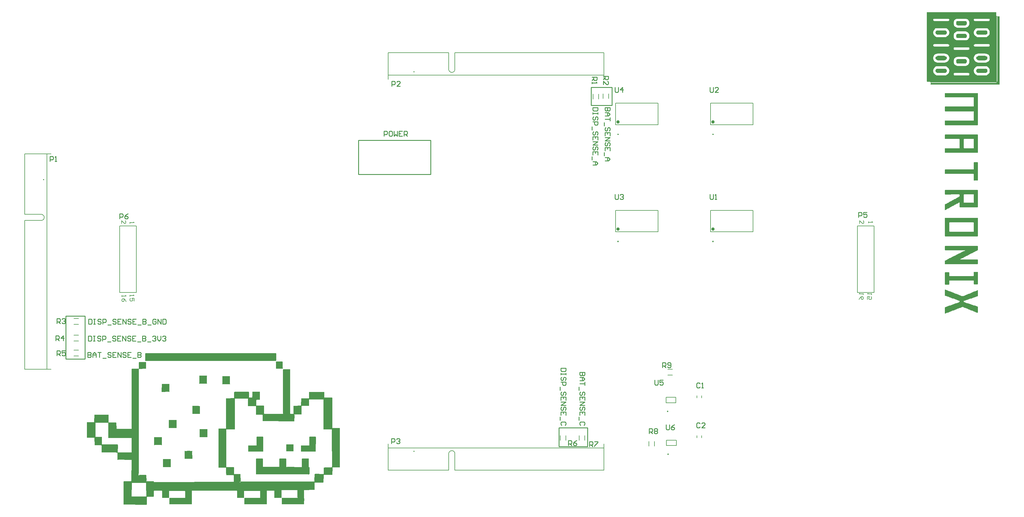
<source format=gto>
G04*
G04 #@! TF.GenerationSoftware,Altium Limited,Altium Designer,22.11.1 (43)*
G04*
G04 Layer_Color=65535*
%FSLAX25Y25*%
%MOIN*%
G70*
G04*
G04 #@! TF.SameCoordinates,C01CB905-4FAA-478C-A3D6-3825F8E537A0*
G04*
G04*
G04 #@! TF.FilePolarity,Positive*
G04*
G01*
G75*
%ADD10C,0.00984*%
%ADD11C,0.00787*%
%ADD12C,0.00500*%
%ADD13C,0.01968*%
%ADD14C,0.01000*%
%ADD15C,0.00800*%
G36*
X1225443Y605581D02*
X1225741D01*
Y605283D01*
X1226040D01*
Y604984D01*
X1229621D01*
Y522914D01*
X1146655D01*
Y523212D01*
X1146954D01*
Y525003D01*
X1147252D01*
Y525600D01*
X1146655D01*
Y525898D01*
X1146357D01*
Y526197D01*
X1142477D01*
Y526495D01*
X1142179D01*
Y609759D01*
X1225443D01*
Y605581D01*
D02*
G37*
G36*
X1203657Y474269D02*
X1203359D01*
Y473970D01*
X1164263D01*
Y474269D01*
X1163965D01*
Y479640D01*
X1198584D01*
Y490384D01*
X1198285D01*
Y490683D01*
X1197987D01*
Y490384D01*
X1164263D01*
Y490683D01*
X1163965D01*
Y496055D01*
X1164263D01*
Y496353D01*
X1198584D01*
Y507395D01*
X1163965D01*
Y512469D01*
X1203657D01*
Y474269D01*
D02*
G37*
G36*
X1203359Y462630D02*
X1203657D01*
Y440844D01*
X1163965D01*
Y446215D01*
X1181573D01*
Y457258D01*
X1181274D01*
Y457556D01*
X1163965D01*
Y462630D01*
X1164263D01*
Y462928D01*
X1203359D01*
Y462630D01*
D02*
G37*
G36*
Y429205D02*
X1203657D01*
Y407419D01*
X1199479D01*
Y407120D01*
X1199181D01*
Y407419D01*
X1198584D01*
Y415178D01*
X1198285D01*
Y415476D01*
X1163965D01*
Y420550D01*
X1164263D01*
Y420848D01*
X1198584D01*
Y429205D01*
X1198882D01*
Y429503D01*
X1203359D01*
Y429205D01*
D02*
G37*
G36*
Y395779D02*
X1203657D01*
Y375486D01*
X1203359D01*
Y375187D01*
X1181871D01*
Y375486D01*
X1181573D01*
Y380858D01*
X1181274D01*
Y381156D01*
X1180976D01*
Y380858D01*
X1180677D01*
Y380559D01*
X1179782D01*
Y380261D01*
X1179484D01*
Y379962D01*
X1178887D01*
Y379664D01*
X1178290D01*
Y379365D01*
X1177693D01*
Y379067D01*
X1177394D01*
Y378769D01*
X1176798D01*
Y378470D01*
X1175902D01*
Y378172D01*
X1175604D01*
Y377873D01*
X1175007D01*
Y377575D01*
X1174410D01*
Y377276D01*
X1173813D01*
Y376978D01*
X1173515D01*
Y376679D01*
X1172918D01*
Y376381D01*
X1172321D01*
Y376083D01*
X1171724D01*
Y375784D01*
X1171127D01*
Y375486D01*
X1170531D01*
Y375187D01*
X1169934D01*
Y374889D01*
X1169635D01*
Y374590D01*
X1169038D01*
Y374292D01*
X1168441D01*
Y373994D01*
X1167844D01*
Y373695D01*
X1167248D01*
Y373397D01*
X1166949D01*
Y373098D01*
X1166352D01*
Y372800D01*
X1165755D01*
Y372501D01*
X1165159D01*
Y372203D01*
X1164562D01*
Y371904D01*
X1163965D01*
Y378769D01*
X1164562D01*
Y379067D01*
X1164860D01*
Y379365D01*
X1165457D01*
Y379664D01*
X1166054D01*
Y379962D01*
X1166651D01*
Y380261D01*
X1166949D01*
Y380559D01*
X1167844D01*
Y380858D01*
X1168441D01*
Y381156D01*
X1168740D01*
Y381454D01*
X1169337D01*
Y381753D01*
X1169934D01*
Y382051D01*
X1170531D01*
Y382350D01*
X1170829D01*
Y382648D01*
X1171426D01*
Y382947D01*
X1172023D01*
Y383245D01*
X1172620D01*
Y383544D01*
X1172918D01*
Y383842D01*
X1173813D01*
Y384140D01*
X1174112D01*
Y384439D01*
X1174709D01*
Y384737D01*
X1175305D01*
Y385036D01*
X1175902D01*
Y385334D01*
X1176499D01*
Y385633D01*
X1177096D01*
Y385931D01*
X1177394D01*
Y386229D01*
X1177991D01*
Y386528D01*
X1178588D01*
Y386826D01*
X1179185D01*
Y387125D01*
X1179782D01*
Y387423D01*
X1180379D01*
Y387722D01*
X1180677D01*
Y388020D01*
X1181274D01*
Y388319D01*
X1181573D01*
Y390408D01*
X1181274D01*
Y390706D01*
X1171127D01*
Y390408D01*
X1164263D01*
Y390706D01*
X1163965D01*
Y395779D01*
X1164263D01*
Y396078D01*
X1203359D01*
Y395779D01*
D02*
G37*
G36*
X1203657Y340569D02*
X1203359D01*
Y340270D01*
X1164263D01*
Y340569D01*
X1163965D01*
Y362354D01*
X1203657D01*
Y340569D01*
D02*
G37*
G36*
X1203359Y328631D02*
X1203657D01*
Y323856D01*
X1203359D01*
Y323558D01*
X1202762D01*
Y323259D01*
X1202165D01*
Y322961D01*
X1201568D01*
Y322662D01*
X1201270D01*
Y322364D01*
X1200673D01*
Y322065D01*
X1200076D01*
Y321767D01*
X1199479D01*
Y321468D01*
X1198882D01*
Y321170D01*
X1198285D01*
Y320872D01*
X1197688D01*
Y320573D01*
X1197091D01*
Y320275D01*
X1196494D01*
Y319976D01*
X1195898D01*
Y319678D01*
X1195301D01*
Y319379D01*
X1194704D01*
Y319081D01*
X1194107D01*
Y318783D01*
X1193510D01*
Y318484D01*
X1192913D01*
Y318186D01*
X1192615D01*
Y317887D01*
X1192018D01*
Y317589D01*
X1191123D01*
Y317290D01*
X1190824D01*
Y316992D01*
X1190227D01*
Y316693D01*
X1189631D01*
Y316395D01*
X1189034D01*
Y316097D01*
X1188437D01*
Y315798D01*
X1187840D01*
Y315500D01*
X1187243D01*
Y315201D01*
X1186646D01*
Y314903D01*
X1186049D01*
Y314604D01*
X1185751D01*
Y314306D01*
X1184855D01*
Y314008D01*
X1184557D01*
Y313709D01*
X1183960D01*
Y313411D01*
X1183065D01*
Y313112D01*
X1182468D01*
Y312515D01*
X1203359D01*
Y312217D01*
X1203657D01*
Y307143D01*
X1203359D01*
Y306845D01*
X1163965D01*
Y311023D01*
X1164263D01*
Y311322D01*
X1164860D01*
Y311620D01*
X1165159D01*
Y311918D01*
X1166054D01*
Y312217D01*
X1166651D01*
Y312515D01*
X1167248D01*
Y312814D01*
X1167546D01*
Y313112D01*
X1168441D01*
Y313411D01*
X1168740D01*
Y313709D01*
X1169337D01*
Y314008D01*
X1169934D01*
Y314306D01*
X1170531D01*
Y314604D01*
X1171127D01*
Y314903D01*
X1171724D01*
Y315201D01*
X1172321D01*
Y315500D01*
X1172918D01*
Y315798D01*
X1173515D01*
Y316097D01*
X1174112D01*
Y316395D01*
X1174709D01*
Y316693D01*
X1175305D01*
Y316992D01*
X1175902D01*
Y317290D01*
X1176499D01*
Y317589D01*
X1177096D01*
Y317887D01*
X1177693D01*
Y318186D01*
X1178290D01*
Y318484D01*
X1178887D01*
Y318783D01*
X1179484D01*
Y319081D01*
X1180081D01*
Y319379D01*
X1180677D01*
Y319678D01*
X1181274D01*
Y319976D01*
X1181871D01*
Y320275D01*
X1182468D01*
Y320573D01*
X1182766D01*
Y320872D01*
X1183662D01*
Y321170D01*
X1184259D01*
Y321468D01*
X1184855D01*
Y321767D01*
X1185154D01*
Y322065D01*
X1186049D01*
Y322364D01*
X1186646D01*
Y322662D01*
X1187243D01*
Y322961D01*
X1187840D01*
Y323259D01*
X1188138D01*
Y323558D01*
X1164263D01*
Y323856D01*
X1163965D01*
Y328631D01*
X1164263D01*
Y328929D01*
X1203359D01*
Y328631D01*
D02*
G37*
G36*
X1203657Y282672D02*
X1203060D01*
Y282373D01*
X1198882D01*
Y282672D01*
X1198584D01*
Y287148D01*
X1169038D01*
Y282373D01*
X1168740D01*
Y282075D01*
X1164263D01*
Y282373D01*
X1163965D01*
Y296997D01*
X1164263D01*
Y297295D01*
X1168740D01*
Y296997D01*
X1169038D01*
Y292818D01*
X1169337D01*
Y292520D01*
X1198285D01*
Y292818D01*
X1198584D01*
Y297593D01*
X1203657D01*
Y282672D01*
D02*
G37*
G36*
X1165159Y275808D02*
X1165755D01*
Y275509D01*
X1166949D01*
Y275211D01*
X1167546D01*
Y274912D01*
X1168143D01*
Y274614D01*
X1169038D01*
Y274315D01*
X1169934D01*
Y274017D01*
X1170531D01*
Y273719D01*
X1171127D01*
Y273420D01*
X1172321D01*
Y273122D01*
X1172918D01*
Y272823D01*
X1173813D01*
Y272525D01*
X1174410D01*
Y272226D01*
X1175305D01*
Y271928D01*
X1175902D01*
Y271629D01*
X1176798D01*
Y271331D01*
X1177394D01*
Y271033D01*
X1178290D01*
Y270734D01*
X1178887D01*
Y270436D01*
X1179782D01*
Y270137D01*
X1180677D01*
Y269839D01*
X1181274D01*
Y269540D01*
X1182170D01*
Y269242D01*
X1182766D01*
Y268944D01*
X1183662D01*
Y268645D01*
X1184259D01*
Y268347D01*
X1186049D01*
Y268645D01*
X1186646D01*
Y268944D01*
X1187541D01*
Y269242D01*
X1188138D01*
Y269540D01*
X1188735D01*
Y269839D01*
X1189631D01*
Y270137D01*
X1190526D01*
Y270436D01*
X1191123D01*
Y270734D01*
X1191720D01*
Y271033D01*
X1192615D01*
Y271331D01*
X1193212D01*
Y271629D01*
X1194107D01*
Y271928D01*
X1194704D01*
Y272226D01*
X1195599D01*
Y272525D01*
X1196196D01*
Y272823D01*
X1196793D01*
Y273122D01*
X1197390D01*
Y273420D01*
X1198285D01*
Y273719D01*
X1199181D01*
Y274017D01*
X1199777D01*
Y274315D01*
X1200673D01*
Y274614D01*
X1201270D01*
Y274912D01*
X1202165D01*
Y275211D01*
X1202463D01*
Y275509D01*
X1203657D01*
Y274912D01*
Y274614D01*
Y268347D01*
X1203060D01*
Y268048D01*
X1202165D01*
Y267750D01*
X1201270D01*
Y267451D01*
X1200374D01*
Y267153D01*
X1199479D01*
Y266854D01*
X1198584D01*
Y266556D01*
X1197688D01*
Y266258D01*
X1196793D01*
Y265959D01*
X1196196D01*
Y265661D01*
X1195002D01*
Y265362D01*
X1194107D01*
Y265064D01*
X1193212D01*
Y264765D01*
X1192615D01*
Y264467D01*
X1191421D01*
Y264169D01*
X1190824D01*
Y263870D01*
X1189631D01*
Y263572D01*
X1188735D01*
Y263273D01*
X1187840D01*
Y262975D01*
X1187243D01*
Y262676D01*
X1186646D01*
Y261483D01*
X1186944D01*
Y261184D01*
X1187840D01*
Y260886D01*
X1188437D01*
Y260587D01*
X1189332D01*
Y260289D01*
X1190227D01*
Y259990D01*
X1191421D01*
Y259692D01*
X1192018D01*
Y259394D01*
X1192913D01*
Y259095D01*
X1193809D01*
Y258797D01*
X1194704D01*
Y258498D01*
X1195599D01*
Y258200D01*
X1196494D01*
Y257901D01*
X1197688D01*
Y257603D01*
X1198285D01*
Y257304D01*
X1199181D01*
Y257006D01*
X1200076D01*
Y256708D01*
X1201270D01*
Y256409D01*
X1201866D01*
Y256111D01*
X1202762D01*
Y255812D01*
X1203359D01*
Y255514D01*
X1203657D01*
Y248351D01*
X1203359D01*
Y248053D01*
X1203060D01*
Y248351D01*
X1202463D01*
Y248650D01*
X1201866D01*
Y248948D01*
X1200971D01*
Y249247D01*
X1200374D01*
Y249545D01*
X1199479D01*
Y249844D01*
X1198882D01*
Y250142D01*
X1197987D01*
Y250440D01*
X1197390D01*
Y250739D01*
X1196494D01*
Y251037D01*
X1195898D01*
Y251336D01*
X1195002D01*
Y251634D01*
X1194405D01*
Y251933D01*
X1193809D01*
Y252231D01*
X1192913D01*
Y252529D01*
X1192018D01*
Y252828D01*
X1191421D01*
Y253126D01*
X1190824D01*
Y253425D01*
X1189929D01*
Y253723D01*
X1189332D01*
Y254022D01*
X1188437D01*
Y254320D01*
X1187840D01*
Y254619D01*
X1186944D01*
Y254917D01*
X1186348D01*
Y255215D01*
X1185751D01*
Y255514D01*
X1184855D01*
Y255215D01*
X1183960D01*
Y254917D01*
X1183363D01*
Y254619D01*
X1182468D01*
Y254320D01*
X1181871D01*
Y254022D01*
X1180976D01*
Y253723D01*
X1180379D01*
Y253425D01*
X1179185D01*
Y253126D01*
X1178588D01*
Y252828D01*
X1177991D01*
Y252529D01*
X1177096D01*
Y252231D01*
X1176201D01*
Y251933D01*
X1175604D01*
Y251634D01*
X1175007D01*
Y251336D01*
X1174112D01*
Y251037D01*
X1173216D01*
Y250739D01*
X1172321D01*
Y250440D01*
X1171724D01*
Y250142D01*
X1170829D01*
Y249844D01*
X1170232D01*
Y249545D01*
X1169337D01*
Y249247D01*
X1168740D01*
Y248948D01*
X1167844D01*
Y248650D01*
X1167248D01*
Y248351D01*
X1166352D01*
Y248053D01*
X1165457D01*
Y247754D01*
X1164860D01*
Y247456D01*
X1163965D01*
Y254917D01*
X1164263D01*
Y255215D01*
X1164860D01*
Y255514D01*
X1165755D01*
Y255812D01*
X1166651D01*
Y256111D01*
X1167546D01*
Y256409D01*
X1168143D01*
Y256708D01*
X1169337D01*
Y257006D01*
X1169934D01*
Y257304D01*
X1170829D01*
Y257603D01*
X1171426D01*
Y257901D01*
X1172620D01*
Y258200D01*
X1173216D01*
Y258498D01*
X1174112D01*
Y258797D01*
X1175007D01*
Y259095D01*
X1175902D01*
Y259394D01*
X1176499D01*
Y259692D01*
X1177394D01*
Y259990D01*
X1178290D01*
Y260289D01*
X1179185D01*
Y260587D01*
X1180081D01*
Y260886D01*
X1180677D01*
Y261184D01*
X1181274D01*
Y261483D01*
X1181573D01*
Y262676D01*
X1181274D01*
Y262975D01*
X1180677D01*
Y263273D01*
X1179484D01*
Y263572D01*
X1178887D01*
Y263870D01*
X1177991D01*
Y264169D01*
X1177394D01*
Y264467D01*
X1176201D01*
Y264765D01*
X1175604D01*
Y265064D01*
X1174709D01*
Y265362D01*
X1173813D01*
Y265661D01*
X1172918D01*
Y265959D01*
X1172023D01*
Y266258D01*
X1171426D01*
Y266556D01*
X1170531D01*
Y266854D01*
X1169635D01*
Y267153D01*
X1168740D01*
Y267451D01*
X1168143D01*
Y267750D01*
X1166949D01*
Y268048D01*
X1166352D01*
Y268347D01*
X1165457D01*
Y268645D01*
X1164860D01*
Y268944D01*
X1163965D01*
Y276106D01*
X1165159D01*
Y275808D01*
D02*
G37*
G36*
X361031Y199689D02*
X361162Y199610D01*
X361268Y199347D01*
X361215Y198662D01*
X361241Y190943D01*
X361031Y190679D01*
X360609Y190574D01*
X228566D01*
X204328Y190627D01*
X203959Y190837D01*
X203880Y191127D01*
X203932Y191338D01*
X203906Y199426D01*
X204117Y199689D01*
X204644Y199742D01*
X361031Y199689D01*
D02*
G37*
G36*
X204696Y189204D02*
X204828Y189072D01*
X204881Y188861D01*
X204828Y181274D01*
X204696Y181089D01*
X204486Y181037D01*
X196319Y180984D01*
X196266Y180773D01*
X196240Y180325D01*
X196292Y180167D01*
X196266Y179298D01*
X196292Y57134D01*
X196240Y56976D01*
X196213Y55896D01*
X196240Y55343D01*
X196029Y54974D01*
X195871Y54710D01*
X195818Y54499D01*
X195871Y53182D01*
X196055Y52998D01*
X196266Y52945D01*
X196529Y52998D01*
X196608Y53077D01*
X196846Y53577D01*
X197056Y53630D01*
X198057Y53577D01*
X204512Y53604D01*
X204696Y53525D01*
X204881Y53340D01*
X204934Y53235D01*
X205065Y53050D01*
X205171Y52998D01*
X205250Y52919D01*
X205355Y52655D01*
X205381Y46727D01*
X205355Y46227D01*
X205540Y45937D01*
X205856Y45884D01*
X206014Y45937D01*
X213865Y45884D01*
X214049Y45700D01*
X214102Y45226D01*
X214234Y45094D01*
X214602Y44989D01*
X310237Y45041D01*
X310500Y45199D01*
X310526Y45278D01*
X310316Y45489D01*
X310263Y45595D01*
X310157Y45700D01*
X310184Y52734D01*
X310079Y52998D01*
X309868Y53050D01*
X301384Y53103D01*
X301095Y53340D01*
X301042Y53551D01*
X300989Y56607D01*
X300963Y61428D01*
X300989Y61823D01*
X300805Y62061D01*
X300436Y62113D01*
X299777Y62087D01*
X292532Y62113D01*
X292374Y62061D01*
X291953Y62113D01*
X291768Y62245D01*
X291716Y62614D01*
X291768Y108771D01*
X292005Y109061D01*
X292348Y109087D01*
X297380Y109061D01*
X297538Y109114D01*
X300515Y109087D01*
X300726Y109140D01*
X300884Y109298D01*
X300937Y109509D01*
X300989Y145391D01*
X301121Y145523D01*
X301542Y145628D01*
X310500Y145681D01*
X310632Y145813D01*
X310684Y146024D01*
X310632Y147025D01*
X310658Y152373D01*
X310632Y152926D01*
X310790Y153190D01*
X310869Y153269D01*
X311132Y153374D01*
X311527Y153400D01*
X327572Y153374D01*
X327730Y153427D01*
X328072Y153348D01*
X328257Y153216D01*
X328336Y153137D01*
X328441Y152768D01*
X328389Y152241D01*
X328441Y146761D01*
X328626Y146577D01*
X328836Y146524D01*
X331840Y146577D01*
X332314Y146840D01*
X332393Y146919D01*
X332446Y147130D01*
X332340Y147552D01*
X332393Y148237D01*
X332367Y153321D01*
X332472Y153427D01*
X332841Y153479D01*
X332999Y153427D01*
X341324Y153479D01*
X341377Y153532D01*
X341640Y153374D01*
X341667Y152926D01*
X341614Y152768D01*
X341667Y152557D01*
X341640Y144417D01*
X341667Y143863D01*
X341482Y143679D01*
X341166Y143732D01*
X340903Y143837D01*
X340745Y143784D01*
X338136Y143758D01*
X337926Y143811D01*
X337636Y143837D01*
X337451Y143653D01*
X337293Y143284D01*
X337241Y142441D01*
X337320Y136987D01*
X337530Y136724D01*
X338242Y136750D01*
X345750Y136724D01*
X345908Y136776D01*
X346304Y136697D01*
X346567Y136434D01*
X346620Y135907D01*
X346567Y135538D01*
X346593Y127661D01*
X346567Y127160D01*
X346699Y127029D01*
X347067Y126976D01*
X368961Y126950D01*
X369171Y127002D01*
X369330Y127160D01*
X369382Y127371D01*
X369330Y127898D01*
X369356Y179825D01*
X369330Y180220D01*
X369567Y180510D01*
X369935Y180615D01*
X377734Y180563D01*
X378024Y180325D01*
X378076Y179957D01*
X378024Y179746D01*
X377997Y127239D01*
X378129Y127055D01*
X378208Y126976D01*
X378419Y126923D01*
X378893Y126871D01*
X379051Y126923D01*
X381554Y126897D01*
X381817Y127002D01*
X381975Y127371D01*
X381923Y127582D01*
X381975Y136381D01*
X382160Y136566D01*
X382529Y136618D01*
X390748Y136671D01*
X390880Y136750D01*
X390985Y137013D01*
X391038Y145286D01*
X391223Y145470D01*
X391591Y145523D01*
X400206Y145497D01*
X400391Y145628D01*
X400470Y145707D01*
X400523Y146234D01*
X400470Y146603D01*
X400496Y152426D01*
X400470Y152926D01*
X400628Y153190D01*
X400707Y153269D01*
X400918Y153321D01*
X401919Y153269D01*
X418490Y153295D01*
X418754Y153190D01*
X418912Y153032D01*
X418964Y152821D01*
X418938Y152110D01*
X418964Y147394D01*
X418912Y147236D01*
X418964Y146761D01*
X419202Y146472D01*
X419570Y146366D01*
X428027Y146393D01*
X428238Y146340D01*
X428501Y146129D01*
X428607Y145760D01*
X428581Y145049D01*
X428607Y110879D01*
X428554Y110721D01*
X428607Y110510D01*
X428659Y110036D01*
X428844Y109851D01*
X429213Y109799D01*
X437459Y109772D01*
X437432Y62640D01*
X429186Y62666D01*
X428976Y62614D01*
X428712Y62456D01*
X428659Y62087D01*
X428712Y61876D01*
X428659Y53656D01*
X428528Y53525D01*
X428264Y53419D01*
X427869Y53393D01*
X419412Y53419D01*
X419254Y53367D01*
X418885Y53419D01*
X418411Y53630D01*
X418200Y53577D01*
X418069Y53288D01*
X418016Y44541D01*
X417832Y44356D01*
X417199Y44251D01*
X416672Y44304D01*
X407899Y44277D01*
X407504Y44304D01*
X407267Y44119D01*
X407214Y43751D01*
X407241Y35715D01*
X407135Y35452D01*
X406872Y35346D01*
X394753Y35294D01*
X394568Y35162D01*
X394516Y34793D01*
X394568Y34582D01*
X394621Y25625D01*
X394674Y25467D01*
X394700Y25230D01*
X394648Y19223D01*
X394595Y19012D01*
X394542Y18327D01*
X394410Y18143D01*
X394173Y18064D01*
X393936Y18037D01*
X368118Y18090D01*
X367933Y18169D01*
X367801Y18301D01*
X367749Y18511D01*
X367722Y25493D01*
X367801Y25677D01*
X367881Y25756D01*
X368302Y25862D01*
X368671Y25915D01*
X369198Y25862D01*
X386085Y25888D01*
X386533Y25862D01*
X386665Y25941D01*
X386718Y26152D01*
X386665Y27153D01*
X386691Y35083D01*
X386586Y35188D01*
X386375Y35241D01*
X386006Y35188D01*
X367643Y35214D01*
X367485Y35056D01*
X367433Y34846D01*
X367485Y34688D01*
X367538Y34319D01*
X367485Y33950D01*
X367512Y26020D01*
X367406Y25862D01*
X367116Y25783D01*
X366853Y25730D01*
X366458Y25704D01*
X366300Y25756D01*
X359318Y25730D01*
X359134Y25809D01*
X359055Y25888D01*
X359002Y26099D01*
X358949Y34372D01*
X358765Y34556D01*
X358554Y34609D01*
X357975Y34556D01*
X357817Y34609D01*
X357658Y34556D01*
X350203Y34582D01*
X349939Y34424D01*
X349834Y34161D01*
X349781Y33792D01*
X349834Y33423D01*
X349808Y26020D01*
X349860Y25809D01*
X349913Y25546D01*
X349939Y19355D01*
X349886Y19196D01*
X349834Y18670D01*
X349781Y18301D01*
X349649Y18169D01*
X349386Y18064D01*
X323199Y18116D01*
X323067Y18248D01*
X323014Y18459D01*
X322961Y25098D01*
X322909Y25256D01*
X322961Y25467D01*
X323014Y25572D01*
X323251Y25809D01*
X323357Y25862D01*
X323515Y25915D01*
X324516Y25862D01*
X341034Y25888D01*
X341588Y25862D01*
X341772Y25994D01*
X341825Y26204D01*
X341719Y26731D01*
X341772Y26889D01*
X341719Y34213D01*
X341640Y34293D01*
X341430Y34345D01*
X340745Y34293D01*
X323673Y34240D01*
X323515Y34187D01*
X323251Y34451D01*
X322988Y34556D01*
X322751Y34424D01*
X322645Y34055D01*
X322593Y25836D01*
X322514Y25756D01*
X322145Y25704D01*
X321460Y25756D01*
X315058Y25730D01*
X314373Y25783D01*
X314162Y25888D01*
X314109Y26099D01*
X314136Y26810D01*
X314109Y33634D01*
X314162Y33792D01*
X314083Y34293D01*
X313951Y34477D01*
X313872Y34556D01*
X313662Y34609D01*
X312502Y34556D01*
X260154Y34582D01*
X259943Y34477D01*
X259890Y34372D01*
X259785Y34108D01*
X259838Y25625D01*
X259890Y25467D01*
X259838Y18986D01*
X259785Y18828D01*
X259732Y18301D01*
X259548Y18116D01*
X259179Y18064D01*
X233202Y18116D01*
X233071Y18195D01*
X232965Y18459D01*
X232939Y25493D01*
X233071Y25677D01*
X233150Y25756D01*
X233255Y25809D01*
X233519Y25915D01*
X234362Y25862D01*
X251038Y25888D01*
X251539Y25862D01*
X251776Y26046D01*
X251723Y27047D01*
X251750Y33924D01*
X251697Y34134D01*
X251591Y34293D01*
X251381Y34345D01*
X250696Y34293D01*
X234362D01*
X233624Y34240D01*
X233519Y34187D01*
X233229Y34424D01*
X232939Y34556D01*
X232702Y34424D01*
X232596Y34003D01*
X232623Y26020D01*
X232544Y25836D01*
X232465Y25756D01*
X232096Y25704D01*
X231569Y25756D01*
X225009Y25730D01*
X224324Y25783D01*
X224139Y25915D01*
X224061Y26152D01*
X224113Y26995D01*
X224061Y34266D01*
X223823Y34556D01*
X223613Y34609D01*
X222453Y34556D01*
X214629Y34582D01*
X214418Y34530D01*
X214102Y34266D01*
X214049Y34055D01*
X214075Y27601D01*
X213970Y27337D01*
X213865Y27285D01*
X213601Y27179D01*
X212943Y27206D01*
X206672Y27153D01*
X206093Y27047D01*
X205935Y26889D01*
X205961Y26073D01*
X205908Y25862D01*
X205829Y25572D01*
X205777Y25361D01*
X205724Y17774D01*
X205645Y17695D01*
X205434Y17642D01*
X178088Y17695D01*
X178008Y17774D01*
X177956Y17985D01*
X177982Y18696D01*
X177956Y45331D01*
X178008Y45489D01*
X178061Y45753D01*
X178140Y45832D01*
X178351Y45884D01*
X186729Y45937D01*
X186966Y46174D01*
X187071Y46596D01*
X187098Y57793D01*
X187071Y58346D01*
X187124Y58504D01*
X187177Y58767D01*
X187546Y59136D01*
X187651Y59558D01*
X187598Y60085D01*
X187546Y71519D01*
X187414Y71650D01*
X187203Y71703D01*
X186044Y71650D01*
X171686Y71677D01*
X171449Y71650D01*
X171291Y71703D01*
X170922Y71650D01*
X170632Y71729D01*
X170526Y71782D01*
X170474Y71887D01*
X170421Y72045D01*
X170368Y79844D01*
X170184Y80186D01*
X169973Y80239D01*
X169130Y80186D01*
X168761Y80344D01*
X168287Y80397D01*
X168129Y80344D01*
X151689Y80397D01*
X151452Y80529D01*
X151400Y80739D01*
X151373Y80871D01*
X151426Y81187D01*
X151452Y81319D01*
X151400Y81477D01*
X151426Y88670D01*
X151347Y88854D01*
X151215Y88986D01*
X150794Y89091D01*
X150135Y89065D01*
X143838Y89091D01*
X143680Y89038D01*
X143259Y89091D01*
X143180Y89170D01*
X143074Y89539D01*
X143022Y97970D01*
X142943Y98049D01*
X142732Y98101D01*
X133959Y98128D01*
X133985Y116859D01*
X142469Y116912D01*
X142548Y116991D01*
X142653Y117254D01*
X142706Y125790D01*
X142785Y125869D01*
X143048Y125975D01*
X159356Y126001D01*
X159567Y125948D01*
X159725Y125790D01*
X159777Y125422D01*
X159725Y124789D01*
X159777Y124631D01*
X159830Y118150D01*
X159883Y117992D01*
X159935Y116727D01*
X160015Y116648D01*
X160278Y116543D01*
X160489Y116490D01*
X169025Y116438D01*
X169209Y116306D01*
X169315Y116042D01*
X169367Y109193D01*
X169552Y108956D01*
X169921Y108903D01*
X170131Y108956D01*
X187282Y108929D01*
X187467Y109061D01*
X187546Y109140D01*
X187598Y109351D01*
X187625Y109693D01*
X187598Y180800D01*
X187835Y181089D01*
X188204Y181142D01*
X188573Y181089D01*
X195344Y181116D01*
X195897Y181089D01*
X196055Y181142D01*
X196161Y181195D01*
X196213Y181406D01*
X196240Y188493D01*
X196187Y188651D01*
X196266Y188993D01*
X196398Y189178D01*
X196477Y189257D01*
X204512Y189283D01*
X204696Y189204D01*
D02*
G37*
G36*
X368671Y189678D02*
X368908Y189546D01*
X369013Y189283D01*
X368961Y188124D01*
Y185226D01*
Y185173D01*
X368987Y183302D01*
X368961Y182802D01*
X369013Y182644D01*
X369066Y181801D01*
X368987Y181300D01*
X368776Y181089D01*
X368249Y181037D01*
X361031Y181089D01*
X360793Y181274D01*
X360741Y181485D01*
X360715Y182143D01*
X360741Y188967D01*
X360688Y189125D01*
X360741Y189441D01*
X360873Y189625D01*
X361241Y189731D01*
X368671Y189678D01*
D02*
G37*
G36*
X305679Y172000D02*
X305652Y171342D01*
X305679Y163464D01*
X305626Y163306D01*
X305705Y162806D01*
X305732Y162779D01*
X305679Y162621D01*
X305626Y162516D01*
X305389Y162437D01*
X305178Y162490D01*
X296431Y162542D01*
X296353Y162621D01*
X296405Y163043D01*
X296458Y163201D01*
X296405Y163886D01*
X296431Y171078D01*
X296405Y171315D01*
X296458Y171473D01*
X296405Y171790D01*
X296353Y171948D01*
X296537Y172132D01*
X302649D01*
X305099Y172106D01*
X305415Y172158D01*
X305442Y172185D01*
X305679Y172000D01*
D02*
G37*
G36*
X269269Y172738D02*
X269612Y172712D01*
X269770Y172764D01*
X277331Y172738D01*
X277884Y172764D01*
X278069Y172580D01*
X278016Y172211D01*
X277963Y172053D01*
X278016Y163517D01*
X278069Y163359D01*
X278016Y163148D01*
X277937Y163069D01*
X277568Y163016D01*
X277199Y163069D01*
X272141D01*
X268795Y163043D01*
X268690Y163148D01*
X268742Y164307D01*
X268716Y172659D01*
X268769Y172764D01*
X268980Y172817D01*
X269269Y172738D01*
D02*
G37*
G36*
X232886Y162806D02*
X232912Y161831D01*
Y161778D01*
X232939Y153532D01*
X232860Y153348D01*
X232570Y153269D01*
X232412Y153321D01*
X232201Y153374D01*
X224139Y153321D01*
X223981Y153269D01*
X223771Y153321D01*
X223692Y153400D01*
X223639Y153769D01*
X223692Y153980D01*
X223744Y162885D01*
X223981Y162964D01*
X224324Y162832D01*
X224508Y162806D01*
X224666Y162858D01*
X232280Y162832D01*
X232623Y162964D01*
X232886Y162806D01*
D02*
G37*
G36*
X269612Y136302D02*
X269691Y136065D01*
X269638Y135696D01*
X269585Y135538D01*
X269638Y135327D01*
X269585Y126844D01*
X269506Y126765D01*
X261313Y126792D01*
X260602Y126765D01*
X260417Y126897D01*
X260444Y135723D01*
X260365Y135960D01*
X260417Y136276D01*
X260654Y136355D01*
X267188D01*
X269612Y136302D01*
D02*
G37*
G36*
X241501Y119520D02*
X241528Y119283D01*
X241501Y110299D01*
X241554Y110141D01*
X241448Y109878D01*
X241211Y109799D01*
X240843Y109904D01*
X232386Y109878D01*
X232175Y110036D01*
X232228Y110457D01*
X232280Y110615D01*
X232228Y111142D01*
Y113039D01*
Y113092D01*
X232254Y119019D01*
X232175Y119309D01*
X232228Y119467D01*
X232307Y119546D01*
X232517Y119599D01*
X233202Y119546D01*
X241159Y119599D01*
X241264Y119652D01*
X241501Y119520D01*
D02*
G37*
G36*
X278437Y108455D02*
X278490Y108244D01*
X278437Y107717D01*
Y102606D01*
Y102554D01*
X278464Y98944D01*
X278306Y98786D01*
X277305Y98839D01*
X269322Y98813D01*
X269217Y98865D01*
X269164Y99076D01*
X269217Y99761D01*
X269190Y108429D01*
X269296Y108534D01*
X270771Y108481D01*
X278042Y108534D01*
X278200Y108587D01*
X278437Y108455D01*
D02*
G37*
G36*
X223718Y98944D02*
X223797Y98865D01*
X223850Y98496D01*
X223797Y98338D01*
Y97390D01*
Y97337D01*
X223744Y89434D01*
X223613Y89302D01*
X223349Y89354D01*
X223086Y89460D01*
X222559Y89407D01*
X215208Y89434D01*
X214840Y89328D01*
X214655Y89407D01*
X214576Y89486D01*
X214550Y98786D01*
X214655Y98944D01*
X214866Y98997D01*
X215156Y98918D01*
X215498Y98892D01*
X215656Y98944D01*
X223217Y98918D01*
X223454Y98997D01*
X223718Y98944D01*
D02*
G37*
G36*
X260365Y82215D02*
X260417Y81741D01*
X260365Y81583D01*
X260391Y73073D01*
X260338Y72968D01*
X259917Y72862D01*
X259390Y72915D01*
X251302Y72889D01*
X251196Y72941D01*
X251144Y73152D01*
X251170Y73758D01*
X251144Y82162D01*
X251275Y82347D01*
X251776Y82320D01*
X256386Y82347D01*
X256439D01*
X259574Y82320D01*
X260180Y82347D01*
X260365Y82215D01*
D02*
G37*
G36*
X234441Y72520D02*
X234467Y72283D01*
X234414Y72019D01*
X234388Y71677D01*
X234441Y71519D01*
X234414Y63431D01*
X234467Y63220D01*
X234493Y63088D01*
X234362Y62851D01*
X234151Y62798D01*
X233808Y62877D01*
X233571Y62904D01*
X233413Y62851D01*
X225852Y62877D01*
X225246Y62851D01*
X225114Y62983D01*
X225088Y63167D01*
X225220Y63615D01*
X225167Y63984D01*
X225193Y71966D01*
X225114Y72256D01*
X225167Y72520D01*
X225246Y72599D01*
X226115Y72572D01*
X232623Y72599D01*
X232675D01*
X233861Y72572D01*
X234072Y72625D01*
X234256Y72651D01*
X234441Y72520D01*
D02*
G37*
%LPC*%
G36*
X1216788Y602000D02*
X1199479D01*
Y601702D01*
X1198882D01*
Y601105D01*
X1198584D01*
Y600209D01*
X1198882D01*
Y599613D01*
X1199479D01*
Y599314D01*
X1216788D01*
Y599613D01*
X1217385D01*
Y600209D01*
X1217684D01*
Y601105D01*
X1217385D01*
Y601702D01*
X1216788D01*
Y602000D01*
D02*
G37*
G36*
X1168143D02*
X1150834D01*
Y601702D01*
X1150237D01*
Y601105D01*
X1149938D01*
Y600209D01*
X1150237D01*
Y599613D01*
X1150834D01*
Y599314D01*
X1168143D01*
Y599613D01*
X1168740D01*
Y600209D01*
X1169038D01*
Y601105D01*
X1168740D01*
Y601403D01*
X1168441D01*
Y601702D01*
X1168143D01*
Y602000D01*
D02*
G37*
G36*
X1189332D02*
X1178290D01*
Y601702D01*
X1177693D01*
Y601403D01*
X1176798D01*
Y601105D01*
X1176201D01*
Y600806D01*
X1175902D01*
Y600508D01*
X1175604D01*
Y600209D01*
X1175305D01*
Y599911D01*
X1175007D01*
Y599314D01*
X1174709D01*
Y598419D01*
X1174410D01*
Y594838D01*
X1174709D01*
Y594241D01*
X1175007D01*
Y593345D01*
X1175305D01*
Y593047D01*
X1175604D01*
Y592748D01*
X1175902D01*
Y592450D01*
X1176201D01*
Y592152D01*
X1177096D01*
Y591853D01*
X1177394D01*
Y591555D01*
X1178290D01*
Y591256D01*
X1189332D01*
Y591555D01*
X1190227D01*
Y591853D01*
X1190526D01*
Y592152D01*
X1191421D01*
Y592450D01*
X1191720D01*
Y592748D01*
X1192018D01*
Y593047D01*
X1192316D01*
Y593345D01*
X1192615D01*
Y594241D01*
X1192913D01*
Y594838D01*
X1193212D01*
Y598419D01*
X1192913D01*
Y599314D01*
X1192615D01*
Y599911D01*
X1192316D01*
Y600209D01*
X1192018D01*
Y600508D01*
X1191720D01*
Y600806D01*
X1191421D01*
Y601105D01*
X1190824D01*
Y601403D01*
X1189929D01*
Y601702D01*
X1189332D01*
Y602000D01*
D02*
G37*
G36*
X1214102Y590659D02*
X1202165D01*
Y590361D01*
X1201866D01*
Y590063D01*
X1200971D01*
Y589764D01*
X1200673D01*
Y589466D01*
X1200374D01*
Y589167D01*
X1200076D01*
Y588869D01*
X1199777D01*
Y588570D01*
X1199479D01*
Y587973D01*
X1199181D01*
Y587376D01*
X1198882D01*
Y586481D01*
X1198584D01*
Y584094D01*
X1198882D01*
Y583198D01*
X1199181D01*
Y582601D01*
X1199479D01*
Y582005D01*
X1199777D01*
Y581706D01*
X1200076D01*
Y581408D01*
X1200374D01*
Y581109D01*
X1201270D01*
Y580811D01*
X1201568D01*
Y580513D01*
X1202165D01*
Y579916D01*
X1214102D01*
Y580214D01*
X1214401D01*
Y580513D01*
X1214998D01*
Y580811D01*
X1215594D01*
Y581109D01*
X1215893D01*
Y581408D01*
X1216191D01*
Y581706D01*
X1216490D01*
Y582005D01*
X1216788D01*
Y582601D01*
X1217087D01*
Y583198D01*
X1217385D01*
Y584094D01*
X1217684D01*
Y586481D01*
X1217385D01*
Y587376D01*
X1217087D01*
Y587973D01*
X1216788D01*
Y588570D01*
X1216490D01*
Y588869D01*
X1216191D01*
Y589167D01*
X1215893D01*
Y589764D01*
X1215594D01*
Y590063D01*
X1214998D01*
Y590361D01*
X1214102D01*
Y590659D01*
D02*
G37*
G36*
X1165457D02*
X1153520D01*
Y590361D01*
X1152624D01*
Y590063D01*
X1152027D01*
Y589764D01*
X1151729D01*
Y589167D01*
X1151430D01*
Y588869D01*
X1151132D01*
Y588570D01*
X1150834D01*
Y587973D01*
X1150535D01*
Y587376D01*
X1150237D01*
Y586481D01*
X1149938D01*
Y584094D01*
X1150237D01*
Y583198D01*
X1150535D01*
Y582601D01*
X1150834D01*
Y582005D01*
X1151132D01*
Y581706D01*
X1151430D01*
Y581408D01*
X1151729D01*
Y581109D01*
X1152027D01*
Y580811D01*
X1152624D01*
Y580513D01*
X1153221D01*
Y580214D01*
X1153520D01*
Y579916D01*
X1165457D01*
Y580513D01*
X1166054D01*
Y580811D01*
X1166352D01*
Y581109D01*
X1167248D01*
Y581408D01*
X1167546D01*
Y581706D01*
X1167844D01*
Y582005D01*
X1168143D01*
Y582601D01*
X1168441D01*
Y583198D01*
X1168740D01*
Y584094D01*
X1169038D01*
Y586481D01*
X1168740D01*
Y587376D01*
X1168441D01*
Y587973D01*
X1168143D01*
Y588570D01*
X1167844D01*
Y588869D01*
X1167546D01*
Y589167D01*
X1167248D01*
Y589466D01*
X1166949D01*
Y589764D01*
X1166651D01*
Y590063D01*
X1165755D01*
Y590361D01*
X1165457D01*
Y590659D01*
D02*
G37*
G36*
X1189332Y586780D02*
X1178290D01*
Y586481D01*
X1177693D01*
Y586183D01*
X1177096D01*
Y585884D01*
X1176499D01*
Y585586D01*
X1176201D01*
Y585288D01*
X1175902D01*
Y584989D01*
X1175604D01*
Y584691D01*
X1175305D01*
Y584392D01*
X1175007D01*
Y583795D01*
X1174709D01*
Y583198D01*
X1174410D01*
Y579319D01*
X1174709D01*
Y578722D01*
X1175007D01*
Y578125D01*
X1175305D01*
Y577826D01*
X1175604D01*
Y577528D01*
X1175902D01*
Y577230D01*
X1176201D01*
Y576931D01*
X1176798D01*
Y576633D01*
X1177394D01*
Y576334D01*
X1178588D01*
Y576036D01*
X1189034D01*
Y576334D01*
X1190227D01*
Y576633D01*
X1191123D01*
Y576931D01*
X1191421D01*
Y577230D01*
X1191720D01*
Y577528D01*
X1192018D01*
Y577826D01*
X1192316D01*
Y578125D01*
X1192615D01*
Y578722D01*
X1192913D01*
Y579319D01*
X1193212D01*
Y583198D01*
X1192913D01*
Y583795D01*
X1192615D01*
Y584392D01*
X1192316D01*
Y584691D01*
X1192018D01*
Y584989D01*
X1191720D01*
Y585288D01*
X1191421D01*
Y585586D01*
X1191123D01*
Y585884D01*
X1190526D01*
Y586183D01*
X1189929D01*
Y586481D01*
X1189332D01*
Y586780D01*
D02*
G37*
G36*
X1216788Y571559D02*
X1199777D01*
Y571261D01*
X1199479D01*
Y570962D01*
X1198882D01*
Y570366D01*
X1198584D01*
Y569470D01*
X1198882D01*
Y568873D01*
X1199479D01*
Y568575D01*
X1216788D01*
Y568873D01*
X1217385D01*
Y569470D01*
X1217684D01*
Y570664D01*
X1217385D01*
Y571261D01*
X1216788D01*
Y571559D01*
D02*
G37*
G36*
X1167844D02*
X1150834D01*
Y571261D01*
X1150237D01*
Y570664D01*
X1149938D01*
Y569470D01*
X1150237D01*
Y568873D01*
X1150834D01*
Y568575D01*
X1168143D01*
Y568873D01*
X1168740D01*
Y569470D01*
X1169038D01*
Y570366D01*
X1168740D01*
Y570962D01*
X1168143D01*
Y571261D01*
X1167844D01*
Y571559D01*
D02*
G37*
G36*
X1192913Y567381D02*
X1174709D01*
Y567083D01*
X1174410D01*
Y564994D01*
X1174709D01*
Y564695D01*
X1175305D01*
Y564397D01*
X1192316D01*
Y564695D01*
X1192913D01*
Y564994D01*
X1193212D01*
Y567083D01*
X1192913D01*
Y567381D01*
D02*
G37*
G36*
X1212610Y560219D02*
X1203657D01*
Y559920D01*
X1202463D01*
Y559622D01*
X1201568D01*
Y559323D01*
X1201270D01*
Y559025D01*
X1200673D01*
Y558727D01*
X1200374D01*
Y558428D01*
X1200076D01*
Y558130D01*
X1199777D01*
Y557831D01*
X1199479D01*
Y557234D01*
X1199181D01*
Y556637D01*
X1198882D01*
Y555742D01*
X1198584D01*
Y553653D01*
X1198882D01*
Y552758D01*
X1199181D01*
Y552161D01*
X1199479D01*
Y551564D01*
X1199777D01*
Y551266D01*
X1200076D01*
Y550967D01*
X1200374D01*
Y550669D01*
X1200673D01*
Y550370D01*
X1200971D01*
Y550072D01*
X1201568D01*
Y549773D01*
X1202463D01*
Y549475D01*
X1203359D01*
Y549177D01*
X1213505D01*
Y549475D01*
X1214102D01*
Y549773D01*
X1214998D01*
Y550072D01*
X1215594D01*
Y550370D01*
X1215893D01*
Y550669D01*
X1216191D01*
Y550967D01*
X1216490D01*
Y551266D01*
X1216788D01*
Y551862D01*
X1217087D01*
Y552161D01*
X1217385D01*
Y553355D01*
X1217684D01*
Y555742D01*
X1217385D01*
Y556936D01*
X1217087D01*
Y557533D01*
X1216788D01*
Y558130D01*
X1216490D01*
Y558428D01*
X1216191D01*
Y558727D01*
X1215893D01*
Y559025D01*
X1215296D01*
Y559323D01*
X1214998D01*
Y559622D01*
X1214102D01*
Y559920D01*
X1212610D01*
Y560219D01*
D02*
G37*
G36*
X1163965D02*
X1155012D01*
Y559920D01*
X1153520D01*
Y559622D01*
X1152624D01*
Y559323D01*
X1152326D01*
Y559025D01*
X1151729D01*
Y558727D01*
X1151430D01*
Y558428D01*
X1151132D01*
Y558130D01*
X1150834D01*
Y557533D01*
X1150535D01*
Y556936D01*
X1150237D01*
Y555742D01*
X1149938D01*
Y553355D01*
X1150237D01*
Y552459D01*
X1150535D01*
Y551862D01*
X1150834D01*
Y551266D01*
X1151132D01*
Y550967D01*
X1151430D01*
Y550669D01*
X1151729D01*
Y550370D01*
X1152027D01*
Y550072D01*
X1152624D01*
Y549773D01*
X1153520D01*
Y549475D01*
X1154116D01*
Y549177D01*
X1164263D01*
Y549475D01*
X1165159D01*
Y549773D01*
X1166054D01*
Y550072D01*
X1166651D01*
Y550370D01*
X1166949D01*
Y550669D01*
X1167248D01*
Y550967D01*
X1167546D01*
Y551266D01*
X1167844D01*
Y551564D01*
X1168143D01*
Y552161D01*
X1168441D01*
Y552758D01*
X1168740D01*
Y553653D01*
X1169038D01*
Y555742D01*
X1168740D01*
Y556637D01*
X1168441D01*
Y557234D01*
X1168143D01*
Y557831D01*
X1167844D01*
Y558130D01*
X1167546D01*
Y558428D01*
X1167248D01*
Y558727D01*
X1166949D01*
Y559025D01*
X1166352D01*
Y559323D01*
X1166054D01*
Y559622D01*
X1165159D01*
Y559920D01*
X1163965D01*
Y560219D01*
D02*
G37*
G36*
X1188735Y556041D02*
X1178887D01*
Y555742D01*
X1177096D01*
Y555444D01*
X1176798D01*
Y555145D01*
X1176201D01*
Y554847D01*
X1175902D01*
Y554548D01*
X1175604D01*
Y554250D01*
X1175305D01*
Y553952D01*
X1175007D01*
Y553355D01*
X1174709D01*
Y552161D01*
X1174410D01*
Y548878D01*
X1174709D01*
Y548281D01*
X1175007D01*
Y547386D01*
X1175305D01*
Y547087D01*
X1175604D01*
Y546789D01*
X1175902D01*
Y546491D01*
X1176201D01*
Y546192D01*
X1177096D01*
Y545894D01*
X1177394D01*
Y545595D01*
X1178588D01*
Y545297D01*
X1189034D01*
Y545595D01*
X1190227D01*
Y545894D01*
X1190526D01*
Y546192D01*
X1191421D01*
Y546491D01*
X1191720D01*
Y546789D01*
X1192018D01*
Y547087D01*
X1192316D01*
Y547386D01*
X1192615D01*
Y548281D01*
X1192913D01*
Y548878D01*
X1193212D01*
Y552758D01*
X1192913D01*
Y553355D01*
X1192615D01*
Y553952D01*
X1192316D01*
Y554250D01*
X1192018D01*
Y554548D01*
X1191720D01*
Y554847D01*
X1191421D01*
Y555145D01*
X1190824D01*
Y555444D01*
X1190526D01*
Y555742D01*
X1188735D01*
Y556041D01*
D02*
G37*
G36*
X1214401Y544700D02*
X1202165D01*
Y544402D01*
X1201568D01*
Y544103D01*
X1201270D01*
Y543805D01*
X1200673D01*
Y543506D01*
X1200374D01*
Y543208D01*
X1200076D01*
Y542909D01*
X1199777D01*
Y542611D01*
X1199479D01*
Y542014D01*
X1199181D01*
Y541417D01*
X1198882D01*
Y540522D01*
X1198584D01*
Y538433D01*
X1198882D01*
Y537239D01*
X1199181D01*
Y536642D01*
X1199479D01*
Y536045D01*
X1199777D01*
Y535747D01*
X1200076D01*
Y535448D01*
X1200374D01*
Y535150D01*
X1200673D01*
Y534852D01*
X1201568D01*
Y534553D01*
X1202165D01*
Y533956D01*
X1214102D01*
Y534255D01*
X1214401D01*
Y534553D01*
X1214998D01*
Y534852D01*
X1215594D01*
Y535150D01*
X1215893D01*
Y535448D01*
X1216191D01*
Y535747D01*
X1216490D01*
Y536045D01*
X1216788D01*
Y536642D01*
X1217087D01*
Y536941D01*
X1217385D01*
Y538134D01*
X1217684D01*
Y540522D01*
X1217385D01*
Y541417D01*
X1217087D01*
Y542014D01*
X1216788D01*
Y542611D01*
X1216490D01*
Y542909D01*
X1216191D01*
Y543506D01*
X1215893D01*
Y543805D01*
X1215296D01*
Y544103D01*
X1214998D01*
Y544402D01*
X1214401D01*
Y544700D01*
D02*
G37*
G36*
X1192316Y536941D02*
X1175305D01*
Y536642D01*
X1175007D01*
Y536344D01*
X1174410D01*
Y534553D01*
X1174709D01*
Y533956D01*
X1192913D01*
Y534553D01*
X1193212D01*
Y536344D01*
X1192913D01*
Y536642D01*
X1192316D01*
Y536941D01*
D02*
G37*
G36*
X1165457Y544700D02*
X1153221D01*
Y544402D01*
X1152624D01*
Y544103D01*
X1152326D01*
Y543805D01*
X1151729D01*
Y543506D01*
X1151430D01*
Y542909D01*
X1151132D01*
Y542611D01*
X1150834D01*
Y542014D01*
X1150535D01*
Y541417D01*
X1150237D01*
Y540522D01*
X1149938D01*
Y538134D01*
X1150237D01*
Y536941D01*
X1150535D01*
Y536642D01*
X1150834D01*
Y536045D01*
X1151132D01*
Y535747D01*
X1151430D01*
Y535448D01*
X1151729D01*
Y535150D01*
X1152027D01*
Y534852D01*
X1152624D01*
Y534553D01*
X1153221D01*
Y534255D01*
X1153520D01*
Y533956D01*
X1165457D01*
Y534553D01*
X1166054D01*
Y534852D01*
X1166949D01*
Y535150D01*
X1167248D01*
Y535448D01*
X1167546D01*
Y535747D01*
X1167844D01*
Y536045D01*
X1168143D01*
Y536642D01*
X1168441D01*
Y537239D01*
X1168740D01*
Y538433D01*
X1169038D01*
Y540522D01*
X1168740D01*
Y541417D01*
X1168441D01*
Y542014D01*
X1168143D01*
Y542611D01*
X1167844D01*
Y542909D01*
X1167546D01*
Y543208D01*
X1167248D01*
Y543506D01*
X1166949D01*
Y543805D01*
X1166352D01*
Y544103D01*
X1166054D01*
Y544402D01*
X1165457D01*
Y544700D01*
D02*
G37*
G36*
X1226637Y604686D02*
X1226040D01*
Y525898D01*
X1226637D01*
Y526794D01*
X1226935D01*
Y604089D01*
X1226637D01*
Y604686D01*
D02*
G37*
G36*
X1225741Y525600D02*
X1147551D01*
Y525003D01*
X1225741D01*
Y525600D01*
D02*
G37*
%LPD*%
G36*
X1188735Y599016D02*
X1189332D01*
Y598717D01*
X1189631D01*
Y598419D01*
X1189929D01*
Y598120D01*
X1190227D01*
Y595136D01*
X1189929D01*
Y594838D01*
X1189631D01*
Y594539D01*
X1188735D01*
Y593942D01*
X1178887D01*
Y594539D01*
X1177991D01*
Y594838D01*
X1177693D01*
Y595136D01*
X1177394D01*
Y598120D01*
X1177693D01*
Y598419D01*
X1177991D01*
Y598717D01*
X1178290D01*
Y599016D01*
X1178887D01*
Y599314D01*
X1188735D01*
Y599016D01*
D02*
G37*
G36*
X1213804Y587376D02*
X1214102D01*
Y587078D01*
X1214401D01*
Y586780D01*
X1214699D01*
Y586183D01*
X1214998D01*
Y584691D01*
X1214699D01*
Y583795D01*
X1214401D01*
Y583497D01*
X1213804D01*
Y583198D01*
X1213505D01*
Y582900D01*
X1202762D01*
Y583198D01*
X1202463D01*
Y583497D01*
X1202165D01*
Y583795D01*
X1201866D01*
Y584094D01*
X1201568D01*
Y585586D01*
Y585884D01*
Y586481D01*
X1201866D01*
Y586780D01*
X1202165D01*
Y587078D01*
X1202463D01*
Y587376D01*
X1202762D01*
Y587675D01*
X1213804D01*
Y587376D01*
D02*
G37*
G36*
X1164860D02*
X1165159D01*
Y587078D01*
X1165457D01*
Y586780D01*
X1165755D01*
Y586481D01*
X1166054D01*
Y584094D01*
X1165755D01*
Y583795D01*
X1165457D01*
Y583497D01*
X1165159D01*
Y583198D01*
X1164860D01*
Y582900D01*
X1154116D01*
Y583198D01*
X1153818D01*
Y583497D01*
X1153221D01*
Y583795D01*
X1152923D01*
Y584691D01*
X1152624D01*
Y585586D01*
Y585884D01*
Y586183D01*
X1152923D01*
Y586780D01*
X1153221D01*
Y587078D01*
X1153520D01*
Y587376D01*
X1153818D01*
Y587675D01*
X1164860D01*
Y587376D01*
D02*
G37*
G36*
X1188735Y583497D02*
X1189332D01*
Y583198D01*
X1189631D01*
Y582900D01*
X1189929D01*
Y582601D01*
X1190227D01*
Y579916D01*
X1189929D01*
Y579617D01*
X1189631D01*
Y579319D01*
X1189332D01*
Y579020D01*
X1189034D01*
Y578722D01*
X1178588D01*
Y579020D01*
X1178290D01*
Y579319D01*
X1177991D01*
Y579617D01*
X1177693D01*
Y579916D01*
X1177394D01*
Y582601D01*
X1177693D01*
Y582900D01*
X1177991D01*
Y583198D01*
X1178290D01*
Y583497D01*
X1178887D01*
Y583795D01*
X1188735D01*
Y583497D01*
D02*
G37*
G36*
X1212610Y557234D02*
X1212909D01*
Y556936D01*
X1213804D01*
Y556637D01*
X1214102D01*
Y556339D01*
X1214401D01*
Y556041D01*
X1214699D01*
Y555444D01*
X1214998D01*
Y554250D01*
Y553952D01*
X1214699D01*
Y553355D01*
X1214401D01*
Y553056D01*
X1214102D01*
Y552758D01*
X1213804D01*
Y552459D01*
X1213505D01*
Y552161D01*
X1212312D01*
Y551862D01*
X1204254D01*
Y552161D01*
X1202762D01*
Y552758D01*
X1202463D01*
Y553056D01*
X1202165D01*
Y553355D01*
X1201866D01*
Y553653D01*
X1201568D01*
Y555742D01*
X1201866D01*
Y556041D01*
X1202165D01*
Y556339D01*
X1202463D01*
Y556637D01*
X1203060D01*
Y556936D01*
X1203657D01*
Y557234D01*
X1203955D01*
Y557533D01*
X1212610D01*
Y557234D01*
D02*
G37*
G36*
X1163666D02*
X1163965D01*
Y556936D01*
X1164562D01*
Y556637D01*
X1165159D01*
Y556339D01*
X1165457D01*
Y556041D01*
X1165755D01*
Y555742D01*
X1166054D01*
Y553653D01*
X1165755D01*
Y553355D01*
X1165457D01*
Y553056D01*
X1165159D01*
Y552758D01*
X1164860D01*
Y552161D01*
X1163368D01*
Y551862D01*
X1155310D01*
Y552161D01*
X1154116D01*
Y552459D01*
X1153818D01*
Y552758D01*
X1153520D01*
Y553056D01*
X1153221D01*
Y553355D01*
X1152923D01*
Y553952D01*
X1152624D01*
Y555444D01*
X1152923D01*
Y556041D01*
X1153221D01*
Y556339D01*
X1153520D01*
Y556637D01*
X1154116D01*
Y556936D01*
X1154713D01*
Y557234D01*
X1155012D01*
Y557533D01*
X1163666D01*
Y557234D01*
D02*
G37*
G36*
X1188735Y553056D02*
X1189332D01*
Y552758D01*
X1189631D01*
Y552459D01*
X1189929D01*
Y552161D01*
X1190227D01*
Y549475D01*
X1189929D01*
Y549177D01*
X1189631D01*
Y548878D01*
X1189332D01*
Y548281D01*
X1178290D01*
Y548878D01*
X1177991D01*
Y549177D01*
X1177693D01*
Y549475D01*
X1177394D01*
Y552161D01*
X1177693D01*
Y552459D01*
X1177991D01*
Y552758D01*
X1178290D01*
Y553056D01*
X1178887D01*
Y553355D01*
X1188735D01*
Y553056D01*
D02*
G37*
G36*
X1213804Y541417D02*
X1214102D01*
Y541119D01*
X1214401D01*
Y540820D01*
X1214699D01*
Y540223D01*
X1214998D01*
Y538731D01*
X1214699D01*
Y537836D01*
X1214102D01*
Y537537D01*
X1213804D01*
Y537239D01*
X1213505D01*
Y536941D01*
X1202762D01*
Y537239D01*
X1202463D01*
Y537537D01*
X1202165D01*
Y537836D01*
X1201866D01*
Y538134D01*
X1201568D01*
Y540522D01*
X1201866D01*
Y540820D01*
X1202165D01*
Y541119D01*
X1202463D01*
Y541417D01*
X1202762D01*
Y541716D01*
X1213804D01*
Y541417D01*
D02*
G37*
G36*
X1164860D02*
X1165159D01*
Y541119D01*
X1165457D01*
Y540820D01*
X1165755D01*
Y540522D01*
X1166054D01*
Y538134D01*
X1165755D01*
Y537836D01*
X1165457D01*
Y537537D01*
X1165159D01*
Y537239D01*
X1164860D01*
Y536941D01*
X1154116D01*
Y537239D01*
X1153818D01*
Y537537D01*
X1153520D01*
Y537836D01*
X1152923D01*
Y538731D01*
X1152624D01*
Y540223D01*
X1152923D01*
Y540820D01*
X1153221D01*
Y541119D01*
X1153520D01*
Y541417D01*
X1153818D01*
Y541716D01*
X1164860D01*
Y541417D01*
D02*
G37*
%LPC*%
G36*
X1198584Y457556D02*
X1186944D01*
Y457258D01*
X1186646D01*
Y446514D01*
X1186944D01*
Y446215D01*
X1198584D01*
Y457556D01*
D02*
G37*
G36*
Y390706D02*
X1186944D01*
Y390408D01*
X1186646D01*
Y380858D01*
X1197987D01*
Y380559D01*
X1198285D01*
Y380858D01*
X1198584D01*
Y390706D01*
D02*
G37*
G36*
X1198285Y357281D02*
X1169635D01*
Y356983D01*
X1169337D01*
Y346239D01*
X1169635D01*
Y345940D01*
X1198584D01*
Y356983D01*
X1198285D01*
Y357281D01*
D02*
G37*
G36*
X326782Y145312D02*
X325780Y145260D01*
X311791Y145286D01*
X311607Y145207D01*
X311527Y145128D01*
X311475Y108613D01*
X311238Y108323D01*
X310869Y108165D01*
X301437Y108113D01*
X301358Y108034D01*
X301305Y107823D01*
X301332Y63536D01*
X301279Y63325D01*
X301253Y62983D01*
X301384Y62851D01*
X310079Y62798D01*
X310368Y62614D01*
X310474Y62350D01*
X310526Y61982D01*
X310500Y55000D01*
X310553Y54789D01*
X310658Y54631D01*
X311132Y54579D01*
X311290Y54631D01*
X318035Y54579D01*
X318272Y54341D01*
X318351Y53999D01*
X318377Y46122D01*
X318325Y45963D01*
X318377Y45647D01*
X318614Y45568D01*
X318825Y45621D01*
X384478D01*
X406793Y45595D01*
X406977Y45674D01*
X407056Y45911D01*
X407003Y46438D01*
X407056Y54394D01*
X407241Y54579D01*
X407451Y54631D01*
X407820Y54684D01*
X417779Y54631D01*
X417937Y54579D01*
X418200Y54737D01*
X418227Y61560D01*
X418174Y61718D01*
X418227Y61929D01*
X418279Y62034D01*
X418464Y62219D01*
X418727Y62324D01*
X419096Y62377D01*
X427553Y62350D01*
X427737Y62482D01*
X427816Y62561D01*
X427922Y62930D01*
X427975Y63457D01*
X428133Y63615D01*
X428238Y63878D01*
X428185Y64511D01*
X428133Y64669D01*
X428159Y81556D01*
X428106Y81872D01*
X428001Y82294D01*
X427975Y107507D01*
X428027Y107665D01*
X427975Y107981D01*
X427843Y108113D01*
X427474Y108165D01*
X418148Y108218D01*
X417858Y108508D01*
X417779Y108850D01*
X417753Y143547D01*
X417805Y143600D01*
X417753Y143758D01*
X417700Y144127D01*
X417568Y144258D01*
X417146Y144311D01*
X416989Y144258D01*
X400839Y144285D01*
X400733Y144232D01*
X400681Y144021D01*
X400654Y143415D01*
X400681Y136961D01*
X400628Y136803D01*
X400575Y136592D01*
X400496Y136513D01*
X400127Y136408D01*
X391723Y136434D01*
X391618Y136328D01*
X391565Y136118D01*
X391591Y135406D01*
X391539Y126502D01*
X391433Y126344D01*
X391223Y126291D01*
X390906Y126238D01*
X390748Y126291D01*
X383161Y126238D01*
X383029Y126107D01*
X383082Y124789D01*
X383029Y118308D01*
X382792Y118018D01*
X382423Y117966D01*
X345065Y118018D01*
X344881Y118150D01*
X344776Y118414D01*
X344802Y125553D01*
X344670Y125738D01*
X344380Y125817D01*
X344169Y125764D01*
X337214Y125817D01*
X336925Y126054D01*
X336872Y126265D01*
X336925Y134695D01*
X336872Y136170D01*
X336635Y136249D01*
X327467Y136302D01*
X327177Y136539D01*
X327124Y136908D01*
X327150Y144733D01*
X327098Y145154D01*
X326992Y145260D01*
X326782Y145312D01*
D02*
G37*
G36*
X337847Y144575D02*
X337662Y144548D01*
X337688Y144469D01*
X337715Y144443D01*
X337794Y144417D01*
X337873Y144496D01*
X337847Y144575D01*
D02*
G37*
G36*
X159488Y116280D02*
X158170Y116227D01*
X144339Y116253D01*
X144181Y116148D01*
X144128Y115937D01*
X144155Y115226D01*
X144128Y100235D01*
X144181Y100077D01*
X144128Y99656D01*
X144076Y99497D01*
X144207Y99260D01*
X144418Y99208D01*
X151742Y99155D01*
X151979Y98971D01*
X152032Y98760D01*
X151979Y94545D01*
X151927Y94387D01*
X151900Y90250D01*
X151953Y90145D01*
X152164Y90092D01*
X170816Y90039D01*
X170948Y89908D01*
X171001Y89697D01*
X171053Y88854D01*
X171027Y80608D01*
X171132Y80502D01*
X171370Y80476D01*
X187335Y80529D01*
X187440Y80581D01*
X187493Y80792D01*
X187440Y81477D01*
X187467Y97732D01*
X187388Y97917D01*
X187150Y97996D01*
X186307Y97943D01*
X160146Y97917D01*
X159830Y97970D01*
X159672Y98075D01*
X159619Y98286D01*
Y98338D01*
Y98391D01*
X159593Y108376D01*
X159619Y116095D01*
X159488Y116280D01*
D02*
G37*
G36*
X317877Y45041D02*
X317824Y44989D01*
X317771D01*
X317613Y45041D01*
X317403Y44989D01*
X317323Y44962D01*
X317271Y44804D01*
X317403Y44620D01*
X317613Y44567D01*
X318035Y44620D01*
X318166Y44752D01*
X318114Y44962D01*
X317903Y45015D01*
X317877Y45041D01*
D02*
G37*
G36*
X188046Y43988D02*
X187835Y43935D01*
X187756Y43856D01*
X187704Y43645D01*
X187677Y27653D01*
X187730Y27443D01*
X187835Y27337D01*
X189311Y27390D01*
X204960Y27337D01*
X205013D01*
X205144Y27469D01*
X205197Y27680D01*
X205144Y28365D01*
X205092Y34372D01*
X204828Y34793D01*
X204776Y35162D01*
X204802Y43566D01*
X204749Y43777D01*
X204644Y43882D01*
X204433Y43935D01*
X203669Y43909D01*
X188731Y43935D01*
X188573Y43882D01*
X188204Y43935D01*
X188046Y43988D01*
D02*
G37*
%LPD*%
G36*
X408400Y99366D02*
X408637Y99181D01*
X408742Y98918D01*
X408690Y81688D01*
X408505Y81451D01*
X408136Y81345D01*
X391117Y81398D01*
X390933Y81583D01*
X390827Y81846D01*
X390880Y88801D01*
X391223Y88933D01*
X391433Y88880D01*
X400549Y88933D01*
X400786Y89170D01*
X400839Y89539D01*
X400786Y89697D01*
X400839Y99181D01*
X400918Y99313D01*
X401181Y99418D01*
X404448D01*
X408400Y99366D01*
D02*
G37*
G36*
X381738Y90092D02*
X381923Y89908D01*
X381975Y89328D01*
X381923Y89170D01*
X381949Y82399D01*
X381896Y81978D01*
X381738Y81820D01*
X381527Y81767D01*
X373255Y81820D01*
X373176Y81899D01*
X373071Y82268D01*
Y87484D01*
Y87537D01*
X373123Y89908D01*
X373202Y90039D01*
X373466Y90145D01*
X381738Y90092D01*
D02*
G37*
G36*
X345171Y99366D02*
X345408Y99181D01*
X345513Y98813D01*
X345461Y81741D01*
X345276Y81451D01*
X344907Y81345D01*
X331207D01*
X327888Y81398D01*
X327809Y81477D01*
X327651Y81846D01*
X327598Y82215D01*
X327651Y88749D01*
X327783Y88880D01*
X337320Y88933D01*
X337557Y89170D01*
X337610Y99234D01*
X337688Y99313D01*
X337952Y99418D01*
X345171Y99366D01*
D02*
G37*
G36*
X399917Y73178D02*
X400022Y73073D01*
X400101Y73047D01*
X400154Y72941D01*
X400259Y72678D01*
X400312Y72151D01*
X400259Y71993D01*
Y69516D01*
Y69464D01*
X400285Y63958D01*
X400259Y63352D01*
X400312Y63193D01*
X400364Y63088D01*
X400496Y62956D01*
X400839Y62825D01*
X400944Y62772D01*
X401049Y62508D01*
X401102Y62140D01*
X401049Y61771D01*
X401076Y54947D01*
X401023Y54526D01*
X400944Y54341D01*
X400865Y54210D01*
X400760Y54157D01*
X400496Y54052D01*
X399811Y53999D01*
X399653Y54052D01*
X337557Y54025D01*
X337293Y54078D01*
X337004Y54262D01*
X336872Y54605D01*
X336714Y55237D01*
X336766Y62930D01*
X336819Y63088D01*
X336872Y72730D01*
X337109Y73020D01*
X337214Y73126D01*
X337847Y73231D01*
X338215Y73178D01*
X344617Y73205D01*
X344828Y73152D01*
X345013Y73020D01*
X345144Y72889D01*
X345250Y72520D01*
X345302Y63141D01*
X345381Y63062D01*
X345592Y63009D01*
X364614Y63062D01*
X364745Y63193D01*
X364798Y72730D01*
X365035Y73073D01*
X365299Y73178D01*
X365668Y73231D01*
X366036Y73178D01*
X372386Y73205D01*
X372702Y73152D01*
X372991Y72968D01*
X373123Y72730D01*
X373176Y72520D01*
X373229Y63141D01*
X373308Y63062D01*
X373729Y62956D01*
X374098Y63009D01*
X391618Y62983D01*
X391828Y63088D01*
X391881Y63299D01*
X391908Y63694D01*
X391881Y72572D01*
X392118Y73020D01*
X392224Y73073D01*
X392487Y73178D01*
X393040Y73205D01*
X399337Y73178D01*
X399495Y73231D01*
X399917Y73178D01*
D02*
G37*
D10*
X831555Y129901D02*
G03*
X831555Y129901I-492J0D01*
G01*
X832055Y78401D02*
G03*
X832055Y78401I-492J0D01*
G01*
X771992Y463035D02*
G03*
X771992Y463035I-492J0D01*
G01*
X885992D02*
G03*
X885992Y463035I-492J0D01*
G01*
X771992Y334228D02*
G03*
X771992Y334228I-492J0D01*
G01*
X885992Y334228D02*
G03*
X885992Y334228I-492J0D01*
G01*
D11*
X527132Y81890D02*
G03*
X527132Y81890I-557J0D01*
G01*
X527132Y538177D02*
G03*
X527132Y538177I-557J0D01*
G01*
X82446Y408477D02*
G03*
X82446Y408477I-557J0D01*
G01*
X829095Y140261D02*
Y146739D01*
X840905D01*
Y140261D02*
Y146739D01*
X829095Y140261D02*
X840905D01*
X829595Y88761D02*
Y95239D01*
X841405D01*
Y88761D02*
Y95239D01*
X829595Y88761D02*
X841405D01*
X831146Y173654D02*
X836854D01*
X831146Y180346D02*
X836854D01*
X815347Y88146D02*
Y93854D01*
X808654Y88146D02*
Y93854D01*
X871953Y98122D02*
Y100878D01*
X866047Y98122D02*
Y100878D01*
X871953Y146122D02*
Y148878D01*
X866047Y146122D02*
Y148878D01*
X760346Y506146D02*
Y511854D01*
X753653Y506146D02*
Y511854D01*
X724946Y95146D02*
Y100854D01*
X731639Y95146D02*
Y100854D01*
X702307Y95146D02*
Y100854D01*
X709000Y95146D02*
Y100854D01*
X118146Y203346D02*
X123854D01*
X118146Y196654D02*
X123854D01*
X118146Y221346D02*
X123854D01*
X118146Y214654D02*
X123854D01*
X118146Y234654D02*
X123854D01*
X118146Y241346D02*
X123854D01*
X748331Y505646D02*
Y511354D01*
X741638Y505646D02*
Y511354D01*
X173071Y272992D02*
Y352992D01*
X193071Y272992D02*
Y352992D01*
X173071D02*
X193071D01*
X173071Y272992D02*
X193071D01*
X1058898D02*
Y352992D01*
X1078898Y272992D02*
Y352992D01*
X1058898D02*
X1078898D01*
X1058898Y272992D02*
X1078898D01*
X768409Y474649D02*
X819591D01*
Y500437D01*
X768409D02*
X819591D01*
X768409Y474649D02*
Y500437D01*
X882409Y474650D02*
X933591D01*
Y500437D01*
X882409D02*
X933591D01*
X882409Y474650D02*
Y500437D01*
X768409Y345843D02*
Y371630D01*
X819591D01*
Y345843D02*
Y371630D01*
X768409Y345843D02*
X819591D01*
X882409Y345842D02*
Y371630D01*
X933591D01*
Y345842D02*
Y371630D01*
X882409Y345842D02*
X933591D01*
D12*
X572216Y82678D02*
G03*
X568110Y78712I-70J-4036D01*
G01*
X575589Y78717D02*
G03*
X572267Y82675I-3640J318D01*
G01*
X572267Y537391D02*
G03*
X575589Y541350I-318J3640D01*
G01*
X568110Y541354D02*
G03*
X572216Y537389I4036J70D01*
G01*
X82678Y362836D02*
G03*
X78712Y366943I-4036J70D01*
G01*
X78717Y359464D02*
G03*
X82675Y362785I318J3640D01*
G01*
X495472Y59055D02*
Y85827D01*
X754528D01*
Y59055D02*
Y85827D01*
X495472Y59055D02*
X568110D01*
X575591D02*
X754528D01*
X568110D02*
Y78740D01*
X575591Y59055D02*
Y78740D01*
X495472Y85827D02*
Y90945D01*
X754528Y85827D02*
Y90945D01*
X754527Y529122D02*
Y534240D01*
X495472Y529122D02*
Y534240D01*
X575590Y541326D02*
Y561011D01*
X568110Y541326D02*
Y561011D01*
X575590D02*
X754527D01*
X495472D02*
X568110D01*
X754527Y534240D02*
Y561011D01*
X495472Y534240D02*
X754527D01*
X495472D02*
Y561011D01*
X59055Y439580D02*
X85827D01*
Y180525D02*
Y439580D01*
X59055Y180525D02*
X85827D01*
X59055Y366942D02*
Y439580D01*
Y180525D02*
Y359462D01*
Y366942D02*
X78740D01*
X59055Y359462D02*
X78740D01*
X85827Y439580D02*
X90945D01*
X85827Y180525D02*
X90945D01*
D13*
X772445Y477898D02*
G03*
X772445Y477898I-984J0D01*
G01*
X886445D02*
G03*
X886445Y477898I-984J0D01*
G01*
X772445Y349091D02*
G03*
X772445Y349091I-984J0D01*
G01*
X886445Y349091D02*
G03*
X886445Y349091I-984J0D01*
G01*
D14*
X108500Y193000D02*
X131500D01*
X108500Y244500D02*
X131500D01*
Y193000D02*
Y244500D01*
X108500Y193000D02*
Y244500D01*
X739068Y497908D02*
X764106D01*
X739068Y519500D02*
X764106D01*
Y497908D02*
Y519500D01*
X739068Y497908D02*
Y519500D01*
X700593Y87599D02*
X734849D01*
X700593Y110008D02*
X734849D01*
Y87599D02*
Y110008D01*
X700593Y87599D02*
Y110008D01*
X460000Y415000D02*
X546500D01*
X460000Y456000D02*
X546500D01*
Y415000D02*
Y456000D01*
X460000Y415000D02*
Y456000D01*
X490500Y461000D02*
Y466998D01*
X493499D01*
X494499Y465998D01*
Y463999D01*
X493499Y462999D01*
X490500D01*
X499497Y466998D02*
X497498D01*
X496498Y465998D01*
Y462000D01*
X497498Y461000D01*
X499497D01*
X500497Y462000D01*
Y465998D01*
X499497Y466998D01*
X502496D02*
Y461000D01*
X504495Y462999D01*
X506495Y461000D01*
Y466998D01*
X512493D02*
X508494D01*
Y461000D01*
X512493D01*
X508494Y463999D02*
X510494D01*
X514492Y461000D02*
Y466998D01*
X517491D01*
X518491Y465998D01*
Y463999D01*
X517491Y462999D01*
X514492D01*
X516492D02*
X518491Y461000D01*
X731498Y177000D02*
X725500D01*
Y174001D01*
X726499Y173001D01*
X727499D01*
X728499Y174001D01*
Y177000D01*
Y174001D01*
X729498Y173001D01*
X730498D01*
X731498Y174001D01*
Y177000D01*
X725500Y171002D02*
X729498D01*
X731498Y169003D01*
X729498Y167003D01*
X725500D01*
X728499D01*
Y171002D01*
X731498Y165004D02*
Y161005D01*
Y163005D01*
X725500D01*
X724500Y159006D02*
Y155007D01*
X730498Y149009D02*
X731498Y150009D01*
Y152008D01*
X730498Y153008D01*
X729498D01*
X728499Y152008D01*
Y150009D01*
X727499Y149009D01*
X726499D01*
X725500Y150009D01*
Y152008D01*
X726499Y153008D01*
X731498Y143011D02*
Y147010D01*
X725500D01*
Y143011D01*
X728499Y147010D02*
Y145010D01*
X725500Y141012D02*
X731498D01*
X725500Y137013D01*
X731498D01*
X730498Y131015D02*
X731498Y132015D01*
Y134014D01*
X730498Y135014D01*
X729498D01*
X728499Y134014D01*
Y132015D01*
X727499Y131015D01*
X726499D01*
X725500Y132015D01*
Y134014D01*
X726499Y135014D01*
X731498Y125017D02*
Y129016D01*
X725500D01*
Y125017D01*
X728499Y129016D02*
Y127016D01*
X724500Y123018D02*
Y119019D01*
X730498Y113021D02*
X731498Y114020D01*
Y116020D01*
X730498Y117019D01*
X726499D01*
X725500Y116020D01*
Y114020D01*
X726499Y113021D01*
X708998Y182000D02*
X703000D01*
Y179001D01*
X703999Y178001D01*
X707998D01*
X708998Y179001D01*
Y182000D01*
Y176002D02*
Y174003D01*
Y175002D01*
X703000D01*
Y176002D01*
Y174003D01*
X707998Y167005D02*
X708998Y168005D01*
Y170004D01*
X707998Y171003D01*
X706998D01*
X705999Y170004D01*
Y168005D01*
X704999Y167005D01*
X703999D01*
X703000Y168005D01*
Y170004D01*
X703999Y171003D01*
X703000Y165006D02*
X708998D01*
Y162006D01*
X707998Y161007D01*
X705999D01*
X704999Y162006D01*
Y165006D01*
X702000Y159007D02*
Y155009D01*
X707998Y149011D02*
X708998Y150010D01*
Y152010D01*
X707998Y153009D01*
X706998D01*
X705999Y152010D01*
Y150010D01*
X704999Y149011D01*
X703999D01*
X703000Y150010D01*
Y152010D01*
X703999Y153009D01*
X708998Y143013D02*
Y147011D01*
X703000D01*
Y143013D01*
X705999Y147011D02*
Y145012D01*
X703000Y141013D02*
X708998D01*
X703000Y137014D01*
X708998D01*
X707998Y131017D02*
X708998Y132016D01*
Y134016D01*
X707998Y135015D01*
X706998D01*
X705999Y134016D01*
Y132016D01*
X704999Y131017D01*
X703999D01*
X703000Y132016D01*
Y134016D01*
X703999Y135015D01*
X708998Y125018D02*
Y129017D01*
X703000D01*
Y125018D01*
X705999Y129017D02*
Y127018D01*
X702000Y123019D02*
Y119020D01*
X707998Y113022D02*
X708998Y114022D01*
Y116021D01*
X707998Y117021D01*
X703999D01*
X703000Y116021D01*
Y114022D01*
X703999Y113022D01*
X761718Y495108D02*
X755720D01*
Y492109D01*
X756719Y491109D01*
X757719D01*
X758719Y492109D01*
Y495108D01*
Y492109D01*
X759719Y491109D01*
X760718D01*
X761718Y492109D01*
Y495108D01*
X755720Y489110D02*
X759719D01*
X761718Y487111D01*
X759719Y485111D01*
X755720D01*
X758719D01*
Y489110D01*
X761718Y483112D02*
Y479113D01*
Y481113D01*
X755720D01*
X754720Y477114D02*
Y473115D01*
X760718Y467117D02*
X761718Y468117D01*
Y470116D01*
X760718Y471116D01*
X759719D01*
X758719Y470116D01*
Y468117D01*
X757719Y467117D01*
X756719D01*
X755720Y468117D01*
Y470116D01*
X756719Y471116D01*
X761718Y461119D02*
Y465118D01*
X755720D01*
Y461119D01*
X758719Y465118D02*
Y463118D01*
X755720Y459120D02*
X761718D01*
X755720Y455121D01*
X761718D01*
X760718Y449123D02*
X761718Y450123D01*
Y452122D01*
X760718Y453122D01*
X759719D01*
X758719Y452122D01*
Y450123D01*
X757719Y449123D01*
X756719D01*
X755720Y450123D01*
Y452122D01*
X756719Y453122D01*
X761718Y443125D02*
Y447123D01*
X755720D01*
Y443125D01*
X758719Y447123D02*
Y445124D01*
X754720Y441125D02*
Y437127D01*
X755720Y435127D02*
X759719D01*
X761718Y433128D01*
X759719Y431129D01*
X755720D01*
X758719D01*
Y435127D01*
X747065Y495108D02*
X741067D01*
Y492109D01*
X742067Y491109D01*
X746066D01*
X747065Y492109D01*
Y495108D01*
Y489110D02*
Y487111D01*
Y488110D01*
X741067D01*
Y489110D01*
Y487111D01*
X746066Y480113D02*
X747065Y481113D01*
Y483112D01*
X746066Y484112D01*
X745066D01*
X744066Y483112D01*
Y481113D01*
X743067Y480113D01*
X742067D01*
X741067Y481113D01*
Y483112D01*
X742067Y484112D01*
X741067Y478114D02*
X747065D01*
Y475114D01*
X746066Y474115D01*
X744066D01*
X743067Y475114D01*
Y478114D01*
X740068Y472116D02*
Y468117D01*
X746066Y462119D02*
X747065Y463118D01*
Y465118D01*
X746066Y466117D01*
X745066D01*
X744066Y465118D01*
Y463118D01*
X743067Y462119D01*
X742067D01*
X741067Y463118D01*
Y465118D01*
X742067Y466117D01*
X747065Y456121D02*
Y460119D01*
X741067D01*
Y456121D01*
X744066Y460119D02*
Y458120D01*
X741067Y454121D02*
X747065D01*
X741067Y450123D01*
X747065D01*
X746066Y444125D02*
X747065Y445124D01*
Y447123D01*
X746066Y448123D01*
X745066D01*
X744066Y447123D01*
Y445124D01*
X743067Y444125D01*
X742067D01*
X741067Y445124D01*
Y447123D01*
X742067Y448123D01*
X747065Y438127D02*
Y442125D01*
X741067D01*
Y438127D01*
X744066Y442125D02*
Y440126D01*
X740068Y436127D02*
Y432128D01*
X741067Y430129D02*
X745066D01*
X747065Y428130D01*
X745066Y426130D01*
X741067D01*
X744066D01*
Y430129D01*
X135000Y200998D02*
Y195000D01*
X137999D01*
X138999Y195999D01*
Y196999D01*
X137999Y197999D01*
X135000D01*
X137999D01*
X138999Y198998D01*
Y199998D01*
X137999Y200998D01*
X135000D01*
X140998Y195000D02*
Y198998D01*
X142997Y200998D01*
X144997Y198998D01*
Y195000D01*
Y197999D01*
X140998D01*
X146996Y200998D02*
X150995D01*
X148995D01*
Y195000D01*
X152994Y194000D02*
X156993D01*
X162991Y199998D02*
X161991Y200998D01*
X159992D01*
X158992Y199998D01*
Y198998D01*
X159992Y197999D01*
X161991D01*
X162991Y196999D01*
Y195999D01*
X161991Y195000D01*
X159992D01*
X158992Y195999D01*
X168989Y200998D02*
X164990D01*
Y195000D01*
X168989D01*
X164990Y197999D02*
X166990D01*
X170988Y195000D02*
Y200998D01*
X174987Y195000D01*
Y200998D01*
X180985Y199998D02*
X179985Y200998D01*
X177986D01*
X176986Y199998D01*
Y198998D01*
X177986Y197999D01*
X179985D01*
X180985Y196999D01*
Y195999D01*
X179985Y195000D01*
X177986D01*
X176986Y195999D01*
X186983Y200998D02*
X182984D01*
Y195000D01*
X186983D01*
X182984Y197999D02*
X184984D01*
X188982Y194000D02*
X192981D01*
X194981Y200998D02*
Y195000D01*
X197980D01*
X198979Y195999D01*
Y196999D01*
X197980Y197999D01*
X194981D01*
X197980D01*
X198979Y198998D01*
Y199998D01*
X197980Y200998D01*
X194981D01*
X135500Y220498D02*
Y214500D01*
X138499D01*
X139499Y215499D01*
Y219498D01*
X138499Y220498D01*
X135500D01*
X141498D02*
X143497D01*
X142498D01*
Y214500D01*
X141498D01*
X143497D01*
X150495Y219498D02*
X149495Y220498D01*
X147496D01*
X146496Y219498D01*
Y218498D01*
X147496Y217499D01*
X149495D01*
X150495Y216499D01*
Y215499D01*
X149495Y214500D01*
X147496D01*
X146496Y215499D01*
X152495Y214500D02*
Y220498D01*
X155493D01*
X156493Y219498D01*
Y217499D01*
X155493Y216499D01*
X152495D01*
X158493Y213500D02*
X162491D01*
X168489Y219498D02*
X167490Y220498D01*
X165490D01*
X164491Y219498D01*
Y218498D01*
X165490Y217499D01*
X167490D01*
X168489Y216499D01*
Y215499D01*
X167490Y214500D01*
X165490D01*
X164491Y215499D01*
X174487Y220498D02*
X170489D01*
Y214500D01*
X174487D01*
X170489Y217499D02*
X172488D01*
X176487Y214500D02*
Y220498D01*
X180485Y214500D01*
Y220498D01*
X186484Y219498D02*
X185484Y220498D01*
X183484D01*
X182485Y219498D01*
Y218498D01*
X183484Y217499D01*
X185484D01*
X186484Y216499D01*
Y215499D01*
X185484Y214500D01*
X183484D01*
X182485Y215499D01*
X192482Y220498D02*
X188483D01*
Y214500D01*
X192482D01*
X188483Y217499D02*
X190482D01*
X194481Y213500D02*
X198480D01*
X200479Y220498D02*
Y214500D01*
X203478D01*
X204478Y215499D01*
Y216499D01*
X203478Y217499D01*
X200479D01*
X203478D01*
X204478Y218498D01*
Y219498D01*
X203478Y220498D01*
X200479D01*
X206477Y213500D02*
X210476D01*
X212475Y219498D02*
X213475Y220498D01*
X215474D01*
X216474Y219498D01*
Y218498D01*
X215474Y217499D01*
X214474D01*
X215474D01*
X216474Y216499D01*
Y215499D01*
X215474Y214500D01*
X213475D01*
X212475Y215499D01*
X218473Y220498D02*
Y216499D01*
X220473Y214500D01*
X222472Y216499D01*
Y220498D01*
X224471Y219498D02*
X225471Y220498D01*
X227470D01*
X228470Y219498D01*
Y218498D01*
X227470Y217499D01*
X226471D01*
X227470D01*
X228470Y216499D01*
Y215499D01*
X227470Y214500D01*
X225471D01*
X224471Y215499D01*
X136000Y240998D02*
Y235000D01*
X138999D01*
X139999Y235999D01*
Y239998D01*
X138999Y240998D01*
X136000D01*
X141998D02*
X143997D01*
X142998D01*
Y235000D01*
X141998D01*
X143997D01*
X150995Y239998D02*
X149996Y240998D01*
X147996D01*
X146996Y239998D01*
Y238998D01*
X147996Y237999D01*
X149996D01*
X150995Y236999D01*
Y235999D01*
X149996Y235000D01*
X147996D01*
X146996Y235999D01*
X152995Y235000D02*
Y240998D01*
X155993D01*
X156993Y239998D01*
Y237999D01*
X155993Y236999D01*
X152995D01*
X158993Y234000D02*
X162991D01*
X168989Y239998D02*
X167990Y240998D01*
X165990D01*
X164991Y239998D01*
Y238998D01*
X165990Y237999D01*
X167990D01*
X168989Y236999D01*
Y235999D01*
X167990Y235000D01*
X165990D01*
X164991Y235999D01*
X174987Y240998D02*
X170989D01*
Y235000D01*
X174987D01*
X170989Y237999D02*
X172988D01*
X176987Y235000D02*
Y240998D01*
X180985Y235000D01*
Y240998D01*
X186984Y239998D02*
X185984Y240998D01*
X183984D01*
X182985Y239998D01*
Y238998D01*
X183984Y237999D01*
X185984D01*
X186984Y236999D01*
Y235999D01*
X185984Y235000D01*
X183984D01*
X182985Y235999D01*
X192982Y240998D02*
X188983D01*
Y235000D01*
X192982D01*
X188983Y237999D02*
X190982D01*
X194981Y234000D02*
X198980D01*
X200979Y240998D02*
Y235000D01*
X203978D01*
X204978Y235999D01*
Y236999D01*
X203978Y237999D01*
X200979D01*
X203978D01*
X204978Y238998D01*
Y239998D01*
X203978Y240998D01*
X200979D01*
X206977Y234000D02*
X210976D01*
X216974Y239998D02*
X215974Y240998D01*
X213975D01*
X212975Y239998D01*
Y235999D01*
X213975Y235000D01*
X215974D01*
X216974Y235999D01*
Y237999D01*
X214974D01*
X218973Y235000D02*
Y240998D01*
X222972Y235000D01*
Y240998D01*
X224971D02*
Y235000D01*
X227970D01*
X228970Y235999D01*
Y239998D01*
X227970Y240998D01*
X224971D01*
X815502Y167499D02*
Y162501D01*
X816501Y161501D01*
X818501D01*
X819500Y162501D01*
Y167499D01*
X825498D02*
X821500D01*
Y164500D01*
X823499Y165500D01*
X824499D01*
X825498Y164500D01*
Y162501D01*
X824499Y161501D01*
X822499D01*
X821500Y162501D01*
X753900Y532998D02*
X759898D01*
Y529999D01*
X758898Y529000D01*
X756899D01*
X755899Y529999D01*
Y532998D01*
Y530999D02*
X753900Y529000D01*
Y523002D02*
Y527000D01*
X757898Y523002D01*
X758898D01*
X759898Y524001D01*
Y526001D01*
X758898Y527000D01*
X829220Y113706D02*
Y108708D01*
X830220Y107708D01*
X832219D01*
X833219Y108708D01*
Y113706D01*
X839217D02*
X837218Y112706D01*
X835218Y110707D01*
Y108708D01*
X836218Y107708D01*
X838217D01*
X839217Y108708D01*
Y109707D01*
X838217Y110707D01*
X835218D01*
X825002Y182501D02*
Y188499D01*
X828001D01*
X829000Y187499D01*
Y185500D01*
X828001Y184500D01*
X825002D01*
X827001D02*
X829000Y182501D01*
X831000Y183501D02*
X831999Y182501D01*
X833999D01*
X834998Y183501D01*
Y187499D01*
X833999Y188499D01*
X831999D01*
X831000Y187499D01*
Y186500D01*
X831999Y185500D01*
X834998D01*
X808820Y103008D02*
Y109006D01*
X811819D01*
X812819Y108006D01*
Y106007D01*
X811819Y105007D01*
X808820D01*
X810820D02*
X812819Y103008D01*
X814818Y108006D02*
X815818Y109006D01*
X817817D01*
X818817Y108006D01*
Y107007D01*
X817817Y106007D01*
X818817Y105007D01*
Y104008D01*
X817817Y103008D01*
X815818D01*
X814818Y104008D01*
Y105007D01*
X815818Y106007D01*
X814818Y107007D01*
Y108006D01*
X815818Y106007D02*
X817817D01*
X737193Y87509D02*
Y93507D01*
X740192D01*
X741192Y92507D01*
Y90508D01*
X740192Y89508D01*
X737193D01*
X739192D02*
X741192Y87509D01*
X743191Y93507D02*
X747190D01*
Y92507D01*
X743191Y88509D01*
Y87509D01*
X711801Y88702D02*
Y94700D01*
X714800D01*
X715800Y93700D01*
Y91701D01*
X714800Y90701D01*
X711801D01*
X713800D02*
X715800Y88702D01*
X721798Y94700D02*
X719798Y93700D01*
X717799Y91701D01*
Y89701D01*
X718799Y88702D01*
X720798D01*
X721798Y89701D01*
Y90701D01*
X720798Y91701D01*
X717799D01*
X98002Y197001D02*
Y202999D01*
X101001D01*
X102000Y201999D01*
Y200000D01*
X101001Y199000D01*
X98002D01*
X100001D02*
X102000Y197001D01*
X107998Y202999D02*
X104000D01*
Y200000D01*
X105999Y201000D01*
X106999D01*
X107998Y200000D01*
Y198001D01*
X106999Y197001D01*
X104999D01*
X104000Y198001D01*
X96685Y215001D02*
Y220999D01*
X99684D01*
X100684Y219999D01*
Y218000D01*
X99684Y217000D01*
X96685D01*
X98685D02*
X100684Y215001D01*
X105682D02*
Y220999D01*
X102683Y218000D01*
X106682D01*
X98002Y235501D02*
Y241499D01*
X101001D01*
X102000Y240499D01*
Y238500D01*
X101001Y237500D01*
X98002D01*
X100001D02*
X102000Y235501D01*
X104000Y240499D02*
X104999Y241499D01*
X106999D01*
X107998Y240499D01*
Y239500D01*
X106999Y238500D01*
X105999D01*
X106999D01*
X107998Y237500D01*
Y236501D01*
X106999Y235501D01*
X104999D01*
X104000Y236501D01*
X740069Y531999D02*
X746067D01*
Y529000D01*
X745067Y528000D01*
X743068D01*
X742068Y529000D01*
Y531999D01*
Y529999D02*
X740069Y528000D01*
Y526001D02*
Y524001D01*
Y525001D01*
X746067D01*
X745067Y526001D01*
X869919Y115306D02*
X868919Y116306D01*
X866920D01*
X865920Y115306D01*
Y111308D01*
X866920Y110308D01*
X868919D01*
X869919Y111308D01*
X875917Y110308D02*
X871918D01*
X875917Y114307D01*
Y115306D01*
X874917Y116306D01*
X872918D01*
X871918Y115306D01*
X869919Y163306D02*
X868919Y164306D01*
X866920D01*
X865920Y163306D01*
Y159308D01*
X866920Y158308D01*
X868919D01*
X869919Y159308D01*
X871918Y158308D02*
X873917D01*
X872918D01*
Y164306D01*
X871918Y163306D01*
X89686Y430561D02*
Y436559D01*
X92685D01*
X93685Y435559D01*
Y433560D01*
X92685Y432560D01*
X89686D01*
X95684Y430561D02*
X97684D01*
X96684D01*
Y436559D01*
X95684Y435559D01*
X768020Y519606D02*
Y514608D01*
X769020Y513608D01*
X771019D01*
X772019Y514608D01*
Y519606D01*
X777017Y513608D02*
Y519606D01*
X774018Y516607D01*
X778017D01*
X768020Y390806D02*
Y385808D01*
X769020Y384808D01*
X771019D01*
X772019Y385808D01*
Y390806D01*
X774018Y389806D02*
X775018Y390806D01*
X777017D01*
X778017Y389806D01*
Y388807D01*
X777017Y387807D01*
X776018D01*
X777017D01*
X778017Y386807D01*
Y385808D01*
X777017Y384808D01*
X775018D01*
X774018Y385808D01*
X882020Y519606D02*
Y514608D01*
X883020Y513608D01*
X885019D01*
X886019Y514608D01*
Y519606D01*
X892017Y513608D02*
X888018D01*
X892017Y517607D01*
Y518606D01*
X891017Y519606D01*
X889018D01*
X888018Y518606D01*
X882020Y390806D02*
Y385808D01*
X883020Y384808D01*
X885019D01*
X886019Y385808D01*
Y390806D01*
X888018Y384808D02*
X890018D01*
X889018D01*
Y390806D01*
X888018Y389806D01*
X173101Y361650D02*
Y367649D01*
X176100D01*
X177099Y366649D01*
Y364650D01*
X176100Y363650D01*
X173101D01*
X183097Y367649D02*
X181098Y366649D01*
X179099Y364650D01*
Y362650D01*
X180098Y361650D01*
X182098D01*
X183097Y362650D01*
Y363650D01*
X182098Y364650D01*
X179099D01*
X1060046Y363064D02*
Y369062D01*
X1063045D01*
X1064044Y368062D01*
Y366063D01*
X1063045Y365063D01*
X1060046D01*
X1070042Y369062D02*
X1066044D01*
Y366063D01*
X1068043Y367063D01*
X1069043D01*
X1070042Y366063D01*
Y364064D01*
X1069043Y363064D01*
X1067043D01*
X1066044Y364064D01*
X499549Y91186D02*
Y97184D01*
X502548D01*
X503547Y96184D01*
Y94185D01*
X502548Y93185D01*
X499549D01*
X505547Y96184D02*
X506546Y97184D01*
X508546D01*
X509546Y96184D01*
Y95185D01*
X508546Y94185D01*
X507546D01*
X508546D01*
X509546Y93185D01*
Y92186D01*
X508546Y91186D01*
X506546D01*
X505547Y92186D01*
X500002Y521001D02*
Y526999D01*
X503001D01*
X504000Y525999D01*
Y524000D01*
X503001Y523000D01*
X500002D01*
X509998Y521001D02*
X506000D01*
X509998Y525000D01*
Y525999D01*
X508999Y526999D01*
X506999D01*
X506000Y525999D01*
D15*
X176000Y269500D02*
Y267834D01*
Y268667D01*
X180998D01*
X180165Y269500D01*
X180998Y262002D02*
X180165Y263669D01*
X178499Y265335D01*
X176833D01*
X176000Y264502D01*
Y262836D01*
X176833Y262002D01*
X177666D01*
X178499Y262836D01*
Y265335D01*
X185500Y270000D02*
Y268334D01*
Y269167D01*
X190498D01*
X189665Y270000D01*
X190498Y262502D02*
Y265835D01*
X187999D01*
X188832Y264169D01*
Y263335D01*
X187999Y262502D01*
X186333D01*
X185500Y263335D01*
Y265002D01*
X186333Y265835D01*
X185599Y357649D02*
Y355983D01*
Y356816D01*
X190597D01*
X189764Y357649D01*
X175599Y355817D02*
Y359150D01*
X178931Y355817D01*
X179764D01*
X180597Y356650D01*
Y358316D01*
X179764Y359150D01*
X1065898Y271992D02*
Y270326D01*
Y271159D01*
X1060899D01*
X1061732Y271992D01*
X1060899Y264495D02*
X1061732Y266161D01*
X1063398Y267827D01*
X1065065D01*
X1065898Y266994D01*
Y265328D01*
X1065065Y264495D01*
X1064231D01*
X1063398Y265328D01*
Y267827D01*
X1075898Y271992D02*
Y270326D01*
Y271159D01*
X1070899D01*
X1071732Y271992D01*
X1070899Y264495D02*
Y267827D01*
X1073398D01*
X1072565Y266161D01*
Y265328D01*
X1073398Y264495D01*
X1075065D01*
X1075898Y265328D01*
Y266994D01*
X1075065Y267827D01*
X1072044Y358063D02*
Y356397D01*
Y357230D01*
X1077042D01*
X1076209Y358063D01*
X1061544Y355731D02*
Y359063D01*
X1064876Y355731D01*
X1065709D01*
X1066542Y356564D01*
Y358230D01*
X1065709Y359063D01*
M02*

</source>
